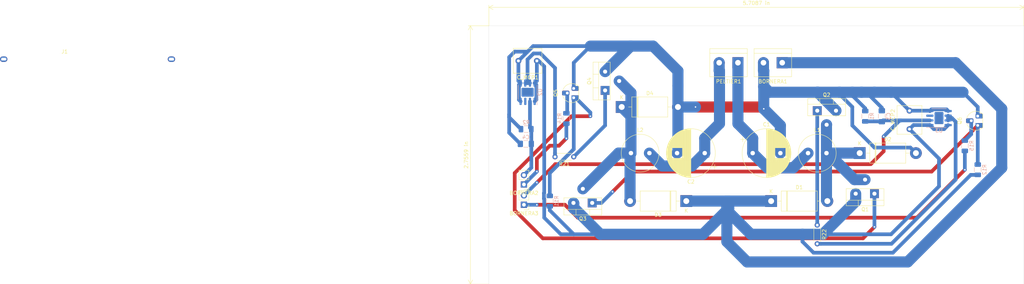
<source format=kicad_pcb>
(kicad_pcb (version 20171130) (host pcbnew "(5.1.4)-1")

  (general
    (thickness 1.6)
    (drawings 8)
    (tracks 249)
    (zones 0)
    (modules 33)
    (nets 23)
  )

  (page A4)
  (layers
    (0 F.Cu signal)
    (31 B.Cu signal)
    (32 B.Adhes user)
    (33 F.Adhes user)
    (34 B.Paste user)
    (35 F.Paste user)
    (36 B.SilkS user)
    (37 F.SilkS user)
    (38 B.Mask user)
    (39 F.Mask user)
    (40 Dwgs.User user)
    (41 Cmts.User user)
    (42 Eco1.User user)
    (43 Eco2.User user)
    (44 Edge.Cuts user)
    (45 Margin user)
    (46 B.CrtYd user)
    (47 F.CrtYd user)
    (48 B.Fab user)
    (49 F.Fab user)
  )

  (setup
    (last_trace_width 0.25)
    (user_trace_width 0.7)
    (user_trace_width 1)
    (user_trace_width 3)
    (trace_clearance 0.2)
    (zone_clearance 0.508)
    (zone_45_only no)
    (trace_min 0.2)
    (via_size 0.8)
    (via_drill 0.4)
    (via_min_size 0.4)
    (via_min_drill 0.3)
    (uvia_size 0.3)
    (uvia_drill 0.1)
    (uvias_allowed no)
    (uvia_min_size 0.2)
    (uvia_min_drill 0.1)
    (edge_width 0.05)
    (segment_width 0.2)
    (pcb_text_width 0.3)
    (pcb_text_size 1.5 1.5)
    (mod_edge_width 0.12)
    (mod_text_size 1 1)
    (mod_text_width 0.15)
    (pad_size 1.524 1.524)
    (pad_drill 0.762)
    (pad_to_mask_clearance 0.051)
    (solder_mask_min_width 0.25)
    (aux_axis_origin 0 0)
    (visible_elements 7FFFFFFF)
    (pcbplotparams
      (layerselection 0x010fc_ffffffff)
      (usegerberextensions false)
      (usegerberattributes false)
      (usegerberadvancedattributes false)
      (creategerberjobfile false)
      (excludeedgelayer true)
      (linewidth 0.100000)
      (plotframeref false)
      (viasonmask false)
      (mode 1)
      (useauxorigin false)
      (hpglpennumber 1)
      (hpglpenspeed 20)
      (hpglpendiameter 15.000000)
      (psnegative false)
      (psa4output false)
      (plotreference true)
      (plotvalue true)
      (plotinvisibletext false)
      (padsonsilk false)
      (subtractmaskfromsilk false)
      (outputformat 1)
      (mirror false)
      (drillshape 1)
      (scaleselection 1)
      (outputdirectory ""))
  )

  (net 0 "")
  (net 1 GND)
  (net 2 VCC)
  (net 3 PMOS_CALOR)
  (net 4 PMOS_FRIO)
  (net 5 PWM_FRIO)
  (net 6 PWM_CALOR)
  (net 7 "Net-(C1-Pad1)")
  (net 8 "Net-(C2-Pad1)")
  (net 9 "Net-(D1-Pad2)")
  (net 10 "Net-(D3-Pad2)")
  (net 11 "Net-(Q1-Pad1)")
  (net 12 "Net-(Q3-Pad1)")
  (net 13 "Net-(Q5-Pad2)")
  (net 14 "Net-(Q6-Pad2)")
  (net 15 "Net-(Q4-Pad1)")
  (net 16 "Net-(R21-Pad2)")
  (net 17 "Net-(R22-Pad2)")
  (net 18 "Net-(Q2-Pad1)")
  (net 19 "Net-(U2-Pad3)")
  (net 20 "Net-(U3-Pad3)")
  (net 21 "Net-(J1-Pad1)")
  (net 22 "Net-(J1-Pad2)")

  (net_class Default "Esta es la clase de red por defecto."
    (clearance 0.2)
    (trace_width 0.25)
    (via_dia 0.8)
    (via_drill 0.4)
    (uvia_dia 0.3)
    (uvia_drill 0.1)
    (add_net GND)
    (add_net "Net-(C1-Pad1)")
    (add_net "Net-(C2-Pad1)")
    (add_net "Net-(D1-Pad2)")
    (add_net "Net-(D3-Pad2)")
    (add_net "Net-(J1-Pad1)")
    (add_net "Net-(J1-Pad2)")
    (add_net "Net-(Q1-Pad1)")
    (add_net "Net-(Q2-Pad1)")
    (add_net "Net-(Q3-Pad1)")
    (add_net "Net-(Q4-Pad1)")
    (add_net "Net-(Q5-Pad2)")
    (add_net "Net-(Q6-Pad2)")
    (add_net "Net-(R21-Pad2)")
    (add_net "Net-(R22-Pad2)")
    (add_net "Net-(U2-Pad3)")
    (add_net "Net-(U3-Pad3)")
    (add_net PMOS_CALOR)
    (add_net PMOS_FRIO)
    (add_net PWM_CALOR)
    (add_net PWM_FRIO)
    (add_net VCC)
  )

  (module Capacitor_THT:C_Rect_L7.5mm_W6.5mm_P5.00mm (layer F.Cu) (tedit 5AE50EF0) (tstamp 5E2A2FA5)
    (at 234 63 90)
    (descr "C, Rect series, Radial, pin pitch=5.00mm, , length*width=7.5*6.5mm^2, Capacitor")
    (tags "C Rect series Radial pin pitch 5.00mm  length 7.5mm width 6.5mm Capacitor")
    (path /5E2A56B2)
    (fp_text reference C_MCP2 (at 2.5 -4.5 90) (layer F.SilkS)
      (effects (font (size 1 1) (thickness 0.15)))
    )
    (fp_text value 10n (at 2.5 4.5 90) (layer F.Fab)
      (effects (font (size 1 1) (thickness 0.15)))
    )
    (fp_text user %R (at 2.5 0 90) (layer F.Fab)
      (effects (font (size 1 1) (thickness 0.15)))
    )
    (fp_line (start 6.5 -3.5) (end -1.5 -3.5) (layer F.CrtYd) (width 0.05))
    (fp_line (start 6.5 3.5) (end 6.5 -3.5) (layer F.CrtYd) (width 0.05))
    (fp_line (start -1.5 3.5) (end 6.5 3.5) (layer F.CrtYd) (width 0.05))
    (fp_line (start -1.5 -3.5) (end -1.5 3.5) (layer F.CrtYd) (width 0.05))
    (fp_line (start 6.37 -3.37) (end 6.37 3.37) (layer F.SilkS) (width 0.12))
    (fp_line (start -1.37 -3.37) (end -1.37 3.37) (layer F.SilkS) (width 0.12))
    (fp_line (start -1.37 3.37) (end 6.37 3.37) (layer F.SilkS) (width 0.12))
    (fp_line (start -1.37 -3.37) (end 6.37 -3.37) (layer F.SilkS) (width 0.12))
    (fp_line (start 6.25 -3.25) (end -1.25 -3.25) (layer F.Fab) (width 0.1))
    (fp_line (start 6.25 3.25) (end 6.25 -3.25) (layer F.Fab) (width 0.1))
    (fp_line (start -1.25 3.25) (end 6.25 3.25) (layer F.Fab) (width 0.1))
    (fp_line (start -1.25 -3.25) (end -1.25 3.25) (layer F.Fab) (width 0.1))
    (pad 2 thru_hole circle (at 5 0 90) (size 1.6 1.6) (drill 0.8) (layers *.Cu *.Mask)
      (net 1 GND))
    (pad 1 thru_hole circle (at 0 0 90) (size 1.6 1.6) (drill 0.8) (layers *.Cu *.Mask)
      (net 2 VCC))
    (model ${KISYS3DMOD}/Capacitor_THT.3dshapes/C_Rect_L7.5mm_W6.5mm_P5.00mm.wrl
      (at (xyz 0 0 0))
      (scale (xyz 1 1 1))
      (rotate (xyz 0 0 0))
    )
  )

  (module Capacitor_THT:C_Rect_L7.5mm_W6.5mm_P5.00mm (layer F.Cu) (tedit 5AE50EF0) (tstamp 5E2A2F92)
    (at 133 44.5 180)
    (descr "C, Rect series, Radial, pin pitch=5.00mm, , length*width=7.5*6.5mm^2, Capacitor")
    (tags "C Rect series Radial pin pitch 5.00mm  length 7.5mm width 6.5mm Capacitor")
    (path /5E2A4E3B)
    (fp_text reference C_MCP1 (at 2.5 -4.5) (layer F.SilkS)
      (effects (font (size 1 1) (thickness 0.15)))
    )
    (fp_text value 10n (at 2.5 4.5) (layer F.Fab)
      (effects (font (size 1 1) (thickness 0.15)))
    )
    (fp_text user %R (at 2.5 0) (layer F.Fab)
      (effects (font (size 1 1) (thickness 0.15)))
    )
    (fp_line (start 6.5 -3.5) (end -1.5 -3.5) (layer F.CrtYd) (width 0.05))
    (fp_line (start 6.5 3.5) (end 6.5 -3.5) (layer F.CrtYd) (width 0.05))
    (fp_line (start -1.5 3.5) (end 6.5 3.5) (layer F.CrtYd) (width 0.05))
    (fp_line (start -1.5 -3.5) (end -1.5 3.5) (layer F.CrtYd) (width 0.05))
    (fp_line (start 6.37 -3.37) (end 6.37 3.37) (layer F.SilkS) (width 0.12))
    (fp_line (start -1.37 -3.37) (end -1.37 3.37) (layer F.SilkS) (width 0.12))
    (fp_line (start -1.37 3.37) (end 6.37 3.37) (layer F.SilkS) (width 0.12))
    (fp_line (start -1.37 -3.37) (end 6.37 -3.37) (layer F.SilkS) (width 0.12))
    (fp_line (start 6.25 -3.25) (end -1.25 -3.25) (layer F.Fab) (width 0.1))
    (fp_line (start 6.25 3.25) (end 6.25 -3.25) (layer F.Fab) (width 0.1))
    (fp_line (start -1.25 3.25) (end 6.25 3.25) (layer F.Fab) (width 0.1))
    (fp_line (start -1.25 -3.25) (end -1.25 3.25) (layer F.Fab) (width 0.1))
    (pad 2 thru_hole circle (at 5 0 180) (size 1.6 1.6) (drill 0.8) (layers *.Cu *.Mask)
      (net 1 GND))
    (pad 1 thru_hole circle (at 0 0 180) (size 1.6 1.6) (drill 0.8) (layers *.Cu *.Mask)
      (net 2 VCC))
    (model ${KISYS3DMOD}/Capacitor_THT.3dshapes/C_Rect_L7.5mm_W6.5mm_P5.00mm.wrl
      (at (xyz 0 0 0))
      (scale (xyz 1 1 1))
      (rotate (xyz 0 0 0))
    )
  )

  (module custom_footprints:TO-220-3_Vertical (layer F.Cu) (tedit 5C5DF5EA) (tstamp 5E28F907)
    (at 209 58)
    (descr "TO-220-3, Vertical, RM 2.54mm, see https://www.vishay.com/docs/66542/to-220-1.pdf")
    (tags "TO-220-3 Vertical RM 2.54mm")
    (path /5DA1721F)
    (fp_text reference Q2 (at 2.54 -4.27) (layer F.SilkS)
      (effects (font (size 1 1) (thickness 0.15)))
    )
    (fp_text value IRFZ44N (at 2.54 2.5) (layer F.Fab)
      (effects (font (size 1 1) (thickness 0.15)))
    )
    (fp_line (start -2.46 -3.15) (end -2.46 1.25) (layer F.Fab) (width 0.1))
    (fp_line (start -2.46 1.25) (end 7.54 1.25) (layer F.Fab) (width 0.1))
    (fp_line (start 7.54 1.25) (end 7.54 -3.15) (layer F.Fab) (width 0.1))
    (fp_line (start 7.54 -3.15) (end -2.46 -3.15) (layer F.Fab) (width 0.1))
    (fp_line (start -2.46 -1.88) (end 7.54 -1.88) (layer F.Fab) (width 0.1))
    (fp_line (start 0.69 -3.15) (end 0.69 -1.88) (layer F.Fab) (width 0.1))
    (fp_line (start 4.39 -3.15) (end 4.39 -1.88) (layer F.Fab) (width 0.1))
    (fp_line (start -2.58 -3.27) (end 7.66 -3.27) (layer F.SilkS) (width 0.12))
    (fp_line (start -2.58 1.371) (end 7.66 1.371) (layer F.SilkS) (width 0.12))
    (fp_line (start -2.58 -3.27) (end -2.58 1.371) (layer F.SilkS) (width 0.12))
    (fp_line (start 7.66 -3.27) (end 7.66 1.371) (layer F.SilkS) (width 0.12))
    (fp_line (start -2.58 -1.76) (end 7.66 -1.76) (layer F.SilkS) (width 0.12))
    (fp_line (start 0.69 -3.27) (end 0.69 -1.76) (layer F.SilkS) (width 0.12))
    (fp_line (start 4.391 -3.27) (end 4.391 -1.76) (layer F.SilkS) (width 0.12))
    (fp_line (start -2.71 -3.4) (end -2.71 1.51) (layer F.CrtYd) (width 0.05))
    (fp_line (start -2.71 1.51) (end 7.79 1.51) (layer F.CrtYd) (width 0.05))
    (fp_line (start 7.79 1.51) (end 7.79 -3.4) (layer F.CrtYd) (width 0.05))
    (fp_line (start 7.79 -3.4) (end -2.71 -3.4) (layer F.CrtYd) (width 0.05))
    (fp_text user %R (at 2.54 -4.27) (layer F.Fab)
      (effects (font (size 1 1) (thickness 0.15)))
    )
    (pad 1 thru_hole rect (at 0 0) (size 2.4 2.4) (drill 1.1) (layers *.Cu *.Mask)
      (net 18 "Net-(Q2-Pad1)"))
    (pad 2 thru_hole circle (at 2.54 3.81) (size 2.4 2.4) (drill 1.1) (layers *.Cu *.Mask)
      (net 9 "Net-(D1-Pad2)"))
    (pad 3 thru_hole circle (at 5.08 0) (size 2.4 2.4) (drill 1.1) (layers *.Cu *.Mask)
      (net 1 GND))
    (model ${KISYS3DMOD}/Package_TO_SOT_THT.3dshapes/TO-220-3_Vertical.wrl
      (at (xyz 0 0 0))
      (scale (xyz 1 1 1))
      (rotate (xyz 0 0 0))
    )
  )

  (module Capacitor_THT:CP_Radial_D13.0mm_P7.50mm (layer F.Cu) (tedit 5AE50EF1) (tstamp 5E2A2A8B)
    (at 178.5 69.5 180)
    (descr "CP, Radial series, Radial, pin pitch=7.50mm, , diameter=13mm, Electrolytic Capacitor")
    (tags "CP Radial series Radial pin pitch 7.50mm  diameter 13mm Electrolytic Capacitor")
    (path /5DA56A1D)
    (fp_text reference C2 (at 3.75 -7.75) (layer F.SilkS)
      (effects (font (size 1 1) (thickness 0.15)))
    )
    (fp_text value 33uF (at 3.75 7.75) (layer F.Fab)
      (effects (font (size 1 1) (thickness 0.15)))
    )
    (fp_circle (center 3.75 0) (end 10.25 0) (layer F.Fab) (width 0.1))
    (fp_circle (center 3.75 0) (end 10.37 0) (layer F.SilkS) (width 0.12))
    (fp_circle (center 3.75 0) (end 10.5 0) (layer F.CrtYd) (width 0.05))
    (fp_line (start -1.832015 -2.8475) (end -0.532015 -2.8475) (layer F.Fab) (width 0.1))
    (fp_line (start -1.182015 -3.4975) (end -1.182015 -2.1975) (layer F.Fab) (width 0.1))
    (fp_line (start 3.75 -6.58) (end 3.75 6.58) (layer F.SilkS) (width 0.12))
    (fp_line (start 3.79 -6.58) (end 3.79 6.58) (layer F.SilkS) (width 0.12))
    (fp_line (start 3.83 -6.58) (end 3.83 6.58) (layer F.SilkS) (width 0.12))
    (fp_line (start 3.87 -6.579) (end 3.87 6.579) (layer F.SilkS) (width 0.12))
    (fp_line (start 3.91 -6.579) (end 3.91 6.579) (layer F.SilkS) (width 0.12))
    (fp_line (start 3.95 -6.577) (end 3.95 6.577) (layer F.SilkS) (width 0.12))
    (fp_line (start 3.99 -6.576) (end 3.99 6.576) (layer F.SilkS) (width 0.12))
    (fp_line (start 4.03 -6.575) (end 4.03 6.575) (layer F.SilkS) (width 0.12))
    (fp_line (start 4.07 -6.573) (end 4.07 6.573) (layer F.SilkS) (width 0.12))
    (fp_line (start 4.11 -6.571) (end 4.11 6.571) (layer F.SilkS) (width 0.12))
    (fp_line (start 4.15 -6.568) (end 4.15 6.568) (layer F.SilkS) (width 0.12))
    (fp_line (start 4.19 -6.566) (end 4.19 6.566) (layer F.SilkS) (width 0.12))
    (fp_line (start 4.23 -6.563) (end 4.23 6.563) (layer F.SilkS) (width 0.12))
    (fp_line (start 4.27 -6.56) (end 4.27 6.56) (layer F.SilkS) (width 0.12))
    (fp_line (start 4.31 -6.557) (end 4.31 6.557) (layer F.SilkS) (width 0.12))
    (fp_line (start 4.35 -6.553) (end 4.35 6.553) (layer F.SilkS) (width 0.12))
    (fp_line (start 4.39 -6.549) (end 4.39 6.549) (layer F.SilkS) (width 0.12))
    (fp_line (start 4.43 -6.545) (end 4.43 6.545) (layer F.SilkS) (width 0.12))
    (fp_line (start 4.471 -6.541) (end 4.471 6.541) (layer F.SilkS) (width 0.12))
    (fp_line (start 4.511 -6.537) (end 4.511 6.537) (layer F.SilkS) (width 0.12))
    (fp_line (start 4.551 -6.532) (end 4.551 6.532) (layer F.SilkS) (width 0.12))
    (fp_line (start 4.591 -6.527) (end 4.591 6.527) (layer F.SilkS) (width 0.12))
    (fp_line (start 4.631 -6.522) (end 4.631 6.522) (layer F.SilkS) (width 0.12))
    (fp_line (start 4.671 -6.516) (end 4.671 6.516) (layer F.SilkS) (width 0.12))
    (fp_line (start 4.711 -6.511) (end 4.711 6.511) (layer F.SilkS) (width 0.12))
    (fp_line (start 4.751 -6.505) (end 4.751 6.505) (layer F.SilkS) (width 0.12))
    (fp_line (start 4.791 -6.498) (end 4.791 6.498) (layer F.SilkS) (width 0.12))
    (fp_line (start 4.831 -6.492) (end 4.831 6.492) (layer F.SilkS) (width 0.12))
    (fp_line (start 4.871 -6.485) (end 4.871 6.485) (layer F.SilkS) (width 0.12))
    (fp_line (start 4.911 -6.478) (end 4.911 6.478) (layer F.SilkS) (width 0.12))
    (fp_line (start 4.951 -6.471) (end 4.951 6.471) (layer F.SilkS) (width 0.12))
    (fp_line (start 4.991 -6.463) (end 4.991 6.463) (layer F.SilkS) (width 0.12))
    (fp_line (start 5.031 -6.456) (end 5.031 6.456) (layer F.SilkS) (width 0.12))
    (fp_line (start 5.071 -6.448) (end 5.071 6.448) (layer F.SilkS) (width 0.12))
    (fp_line (start 5.111 -6.439) (end 5.111 6.439) (layer F.SilkS) (width 0.12))
    (fp_line (start 5.151 -6.431) (end 5.151 6.431) (layer F.SilkS) (width 0.12))
    (fp_line (start 5.191 -6.422) (end 5.191 6.422) (layer F.SilkS) (width 0.12))
    (fp_line (start 5.231 -6.413) (end 5.231 6.413) (layer F.SilkS) (width 0.12))
    (fp_line (start 5.271 -6.404) (end 5.271 6.404) (layer F.SilkS) (width 0.12))
    (fp_line (start 5.311 -6.394) (end 5.311 6.394) (layer F.SilkS) (width 0.12))
    (fp_line (start 5.351 -6.384) (end 5.351 6.384) (layer F.SilkS) (width 0.12))
    (fp_line (start 5.391 -6.374) (end 5.391 6.374) (layer F.SilkS) (width 0.12))
    (fp_line (start 5.431 -6.364) (end 5.431 6.364) (layer F.SilkS) (width 0.12))
    (fp_line (start 5.471 -6.353) (end 5.471 6.353) (layer F.SilkS) (width 0.12))
    (fp_line (start 5.511 -6.342) (end 5.511 6.342) (layer F.SilkS) (width 0.12))
    (fp_line (start 5.551 -6.331) (end 5.551 6.331) (layer F.SilkS) (width 0.12))
    (fp_line (start 5.591 -6.32) (end 5.591 6.32) (layer F.SilkS) (width 0.12))
    (fp_line (start 5.631 -6.308) (end 5.631 6.308) (layer F.SilkS) (width 0.12))
    (fp_line (start 5.671 -6.296) (end 5.671 6.296) (layer F.SilkS) (width 0.12))
    (fp_line (start 5.711 -6.284) (end 5.711 6.284) (layer F.SilkS) (width 0.12))
    (fp_line (start 5.751 -6.271) (end 5.751 6.271) (layer F.SilkS) (width 0.12))
    (fp_line (start 5.791 -6.258) (end 5.791 6.258) (layer F.SilkS) (width 0.12))
    (fp_line (start 5.831 -6.245) (end 5.831 6.245) (layer F.SilkS) (width 0.12))
    (fp_line (start 5.871 -6.232) (end 5.871 6.232) (layer F.SilkS) (width 0.12))
    (fp_line (start 5.911 -6.218) (end 5.911 6.218) (layer F.SilkS) (width 0.12))
    (fp_line (start 5.951 -6.204) (end 5.951 6.204) (layer F.SilkS) (width 0.12))
    (fp_line (start 5.991 -6.19) (end 5.991 6.19) (layer F.SilkS) (width 0.12))
    (fp_line (start 6.031 -6.175) (end 6.031 6.175) (layer F.SilkS) (width 0.12))
    (fp_line (start 6.071 -6.161) (end 6.071 -1.44) (layer F.SilkS) (width 0.12))
    (fp_line (start 6.071 1.44) (end 6.071 6.161) (layer F.SilkS) (width 0.12))
    (fp_line (start 6.111 -6.146) (end 6.111 -1.44) (layer F.SilkS) (width 0.12))
    (fp_line (start 6.111 1.44) (end 6.111 6.146) (layer F.SilkS) (width 0.12))
    (fp_line (start 6.151 -6.13) (end 6.151 -1.44) (layer F.SilkS) (width 0.12))
    (fp_line (start 6.151 1.44) (end 6.151 6.13) (layer F.SilkS) (width 0.12))
    (fp_line (start 6.191 -6.114) (end 6.191 -1.44) (layer F.SilkS) (width 0.12))
    (fp_line (start 6.191 1.44) (end 6.191 6.114) (layer F.SilkS) (width 0.12))
    (fp_line (start 6.231 -6.098) (end 6.231 -1.44) (layer F.SilkS) (width 0.12))
    (fp_line (start 6.231 1.44) (end 6.231 6.098) (layer F.SilkS) (width 0.12))
    (fp_line (start 6.271 -6.082) (end 6.271 -1.44) (layer F.SilkS) (width 0.12))
    (fp_line (start 6.271 1.44) (end 6.271 6.082) (layer F.SilkS) (width 0.12))
    (fp_line (start 6.311 -6.065) (end 6.311 -1.44) (layer F.SilkS) (width 0.12))
    (fp_line (start 6.311 1.44) (end 6.311 6.065) (layer F.SilkS) (width 0.12))
    (fp_line (start 6.351 -6.049) (end 6.351 -1.44) (layer F.SilkS) (width 0.12))
    (fp_line (start 6.351 1.44) (end 6.351 6.049) (layer F.SilkS) (width 0.12))
    (fp_line (start 6.391 -6.031) (end 6.391 -1.44) (layer F.SilkS) (width 0.12))
    (fp_line (start 6.391 1.44) (end 6.391 6.031) (layer F.SilkS) (width 0.12))
    (fp_line (start 6.431 -6.014) (end 6.431 -1.44) (layer F.SilkS) (width 0.12))
    (fp_line (start 6.431 1.44) (end 6.431 6.014) (layer F.SilkS) (width 0.12))
    (fp_line (start 6.471 -5.996) (end 6.471 -1.44) (layer F.SilkS) (width 0.12))
    (fp_line (start 6.471 1.44) (end 6.471 5.996) (layer F.SilkS) (width 0.12))
    (fp_line (start 6.511 -5.978) (end 6.511 -1.44) (layer F.SilkS) (width 0.12))
    (fp_line (start 6.511 1.44) (end 6.511 5.978) (layer F.SilkS) (width 0.12))
    (fp_line (start 6.551 -5.959) (end 6.551 -1.44) (layer F.SilkS) (width 0.12))
    (fp_line (start 6.551 1.44) (end 6.551 5.959) (layer F.SilkS) (width 0.12))
    (fp_line (start 6.591 -5.94) (end 6.591 -1.44) (layer F.SilkS) (width 0.12))
    (fp_line (start 6.591 1.44) (end 6.591 5.94) (layer F.SilkS) (width 0.12))
    (fp_line (start 6.631 -5.921) (end 6.631 -1.44) (layer F.SilkS) (width 0.12))
    (fp_line (start 6.631 1.44) (end 6.631 5.921) (layer F.SilkS) (width 0.12))
    (fp_line (start 6.671 -5.902) (end 6.671 -1.44) (layer F.SilkS) (width 0.12))
    (fp_line (start 6.671 1.44) (end 6.671 5.902) (layer F.SilkS) (width 0.12))
    (fp_line (start 6.711 -5.882) (end 6.711 -1.44) (layer F.SilkS) (width 0.12))
    (fp_line (start 6.711 1.44) (end 6.711 5.882) (layer F.SilkS) (width 0.12))
    (fp_line (start 6.751 -5.862) (end 6.751 -1.44) (layer F.SilkS) (width 0.12))
    (fp_line (start 6.751 1.44) (end 6.751 5.862) (layer F.SilkS) (width 0.12))
    (fp_line (start 6.791 -5.841) (end 6.791 -1.44) (layer F.SilkS) (width 0.12))
    (fp_line (start 6.791 1.44) (end 6.791 5.841) (layer F.SilkS) (width 0.12))
    (fp_line (start 6.831 -5.82) (end 6.831 -1.44) (layer F.SilkS) (width 0.12))
    (fp_line (start 6.831 1.44) (end 6.831 5.82) (layer F.SilkS) (width 0.12))
    (fp_line (start 6.871 -5.799) (end 6.871 -1.44) (layer F.SilkS) (width 0.12))
    (fp_line (start 6.871 1.44) (end 6.871 5.799) (layer F.SilkS) (width 0.12))
    (fp_line (start 6.911 -5.778) (end 6.911 -1.44) (layer F.SilkS) (width 0.12))
    (fp_line (start 6.911 1.44) (end 6.911 5.778) (layer F.SilkS) (width 0.12))
    (fp_line (start 6.951 -5.756) (end 6.951 -1.44) (layer F.SilkS) (width 0.12))
    (fp_line (start 6.951 1.44) (end 6.951 5.756) (layer F.SilkS) (width 0.12))
    (fp_line (start 6.991 -5.733) (end 6.991 -1.44) (layer F.SilkS) (width 0.12))
    (fp_line (start 6.991 1.44) (end 6.991 5.733) (layer F.SilkS) (width 0.12))
    (fp_line (start 7.031 -5.711) (end 7.031 -1.44) (layer F.SilkS) (width 0.12))
    (fp_line (start 7.031 1.44) (end 7.031 5.711) (layer F.SilkS) (width 0.12))
    (fp_line (start 7.071 -5.688) (end 7.071 -1.44) (layer F.SilkS) (width 0.12))
    (fp_line (start 7.071 1.44) (end 7.071 5.688) (layer F.SilkS) (width 0.12))
    (fp_line (start 7.111 -5.664) (end 7.111 -1.44) (layer F.SilkS) (width 0.12))
    (fp_line (start 7.111 1.44) (end 7.111 5.664) (layer F.SilkS) (width 0.12))
    (fp_line (start 7.151 -5.641) (end 7.151 -1.44) (layer F.SilkS) (width 0.12))
    (fp_line (start 7.151 1.44) (end 7.151 5.641) (layer F.SilkS) (width 0.12))
    (fp_line (start 7.191 -5.617) (end 7.191 -1.44) (layer F.SilkS) (width 0.12))
    (fp_line (start 7.191 1.44) (end 7.191 5.617) (layer F.SilkS) (width 0.12))
    (fp_line (start 7.231 -5.592) (end 7.231 -1.44) (layer F.SilkS) (width 0.12))
    (fp_line (start 7.231 1.44) (end 7.231 5.592) (layer F.SilkS) (width 0.12))
    (fp_line (start 7.271 -5.567) (end 7.271 -1.44) (layer F.SilkS) (width 0.12))
    (fp_line (start 7.271 1.44) (end 7.271 5.567) (layer F.SilkS) (width 0.12))
    (fp_line (start 7.311 -5.542) (end 7.311 -1.44) (layer F.SilkS) (width 0.12))
    (fp_line (start 7.311 1.44) (end 7.311 5.542) (layer F.SilkS) (width 0.12))
    (fp_line (start 7.351 -5.516) (end 7.351 -1.44) (layer F.SilkS) (width 0.12))
    (fp_line (start 7.351 1.44) (end 7.351 5.516) (layer F.SilkS) (width 0.12))
    (fp_line (start 7.391 -5.49) (end 7.391 -1.44) (layer F.SilkS) (width 0.12))
    (fp_line (start 7.391 1.44) (end 7.391 5.49) (layer F.SilkS) (width 0.12))
    (fp_line (start 7.431 -5.463) (end 7.431 -1.44) (layer F.SilkS) (width 0.12))
    (fp_line (start 7.431 1.44) (end 7.431 5.463) (layer F.SilkS) (width 0.12))
    (fp_line (start 7.471 -5.436) (end 7.471 -1.44) (layer F.SilkS) (width 0.12))
    (fp_line (start 7.471 1.44) (end 7.471 5.436) (layer F.SilkS) (width 0.12))
    (fp_line (start 7.511 -5.409) (end 7.511 -1.44) (layer F.SilkS) (width 0.12))
    (fp_line (start 7.511 1.44) (end 7.511 5.409) (layer F.SilkS) (width 0.12))
    (fp_line (start 7.551 -5.381) (end 7.551 -1.44) (layer F.SilkS) (width 0.12))
    (fp_line (start 7.551 1.44) (end 7.551 5.381) (layer F.SilkS) (width 0.12))
    (fp_line (start 7.591 -5.353) (end 7.591 -1.44) (layer F.SilkS) (width 0.12))
    (fp_line (start 7.591 1.44) (end 7.591 5.353) (layer F.SilkS) (width 0.12))
    (fp_line (start 7.631 -5.324) (end 7.631 -1.44) (layer F.SilkS) (width 0.12))
    (fp_line (start 7.631 1.44) (end 7.631 5.324) (layer F.SilkS) (width 0.12))
    (fp_line (start 7.671 -5.295) (end 7.671 -1.44) (layer F.SilkS) (width 0.12))
    (fp_line (start 7.671 1.44) (end 7.671 5.295) (layer F.SilkS) (width 0.12))
    (fp_line (start 7.711 -5.265) (end 7.711 -1.44) (layer F.SilkS) (width 0.12))
    (fp_line (start 7.711 1.44) (end 7.711 5.265) (layer F.SilkS) (width 0.12))
    (fp_line (start 7.751 -5.235) (end 7.751 -1.44) (layer F.SilkS) (width 0.12))
    (fp_line (start 7.751 1.44) (end 7.751 5.235) (layer F.SilkS) (width 0.12))
    (fp_line (start 7.791 -5.205) (end 7.791 -1.44) (layer F.SilkS) (width 0.12))
    (fp_line (start 7.791 1.44) (end 7.791 5.205) (layer F.SilkS) (width 0.12))
    (fp_line (start 7.831 -5.174) (end 7.831 -1.44) (layer F.SilkS) (width 0.12))
    (fp_line (start 7.831 1.44) (end 7.831 5.174) (layer F.SilkS) (width 0.12))
    (fp_line (start 7.871 -5.142) (end 7.871 -1.44) (layer F.SilkS) (width 0.12))
    (fp_line (start 7.871 1.44) (end 7.871 5.142) (layer F.SilkS) (width 0.12))
    (fp_line (start 7.911 -5.11) (end 7.911 -1.44) (layer F.SilkS) (width 0.12))
    (fp_line (start 7.911 1.44) (end 7.911 5.11) (layer F.SilkS) (width 0.12))
    (fp_line (start 7.951 -5.078) (end 7.951 -1.44) (layer F.SilkS) (width 0.12))
    (fp_line (start 7.951 1.44) (end 7.951 5.078) (layer F.SilkS) (width 0.12))
    (fp_line (start 7.991 -5.044) (end 7.991 -1.44) (layer F.SilkS) (width 0.12))
    (fp_line (start 7.991 1.44) (end 7.991 5.044) (layer F.SilkS) (width 0.12))
    (fp_line (start 8.031 -5.011) (end 8.031 -1.44) (layer F.SilkS) (width 0.12))
    (fp_line (start 8.031 1.44) (end 8.031 5.011) (layer F.SilkS) (width 0.12))
    (fp_line (start 8.071 -4.977) (end 8.071 -1.44) (layer F.SilkS) (width 0.12))
    (fp_line (start 8.071 1.44) (end 8.071 4.977) (layer F.SilkS) (width 0.12))
    (fp_line (start 8.111 -4.942) (end 8.111 -1.44) (layer F.SilkS) (width 0.12))
    (fp_line (start 8.111 1.44) (end 8.111 4.942) (layer F.SilkS) (width 0.12))
    (fp_line (start 8.151 -4.907) (end 8.151 -1.44) (layer F.SilkS) (width 0.12))
    (fp_line (start 8.151 1.44) (end 8.151 4.907) (layer F.SilkS) (width 0.12))
    (fp_line (start 8.191 -4.871) (end 8.191 -1.44) (layer F.SilkS) (width 0.12))
    (fp_line (start 8.191 1.44) (end 8.191 4.871) (layer F.SilkS) (width 0.12))
    (fp_line (start 8.231 -4.834) (end 8.231 -1.44) (layer F.SilkS) (width 0.12))
    (fp_line (start 8.231 1.44) (end 8.231 4.834) (layer F.SilkS) (width 0.12))
    (fp_line (start 8.271 -4.797) (end 8.271 -1.44) (layer F.SilkS) (width 0.12))
    (fp_line (start 8.271 1.44) (end 8.271 4.797) (layer F.SilkS) (width 0.12))
    (fp_line (start 8.311 -4.76) (end 8.311 -1.44) (layer F.SilkS) (width 0.12))
    (fp_line (start 8.311 1.44) (end 8.311 4.76) (layer F.SilkS) (width 0.12))
    (fp_line (start 8.351 -4.721) (end 8.351 -1.44) (layer F.SilkS) (width 0.12))
    (fp_line (start 8.351 1.44) (end 8.351 4.721) (layer F.SilkS) (width 0.12))
    (fp_line (start 8.391 -4.682) (end 8.391 -1.44) (layer F.SilkS) (width 0.12))
    (fp_line (start 8.391 1.44) (end 8.391 4.682) (layer F.SilkS) (width 0.12))
    (fp_line (start 8.431 -4.643) (end 8.431 -1.44) (layer F.SilkS) (width 0.12))
    (fp_line (start 8.431 1.44) (end 8.431 4.643) (layer F.SilkS) (width 0.12))
    (fp_line (start 8.471 -4.602) (end 8.471 -1.44) (layer F.SilkS) (width 0.12))
    (fp_line (start 8.471 1.44) (end 8.471 4.602) (layer F.SilkS) (width 0.12))
    (fp_line (start 8.511 -4.561) (end 8.511 -1.44) (layer F.SilkS) (width 0.12))
    (fp_line (start 8.511 1.44) (end 8.511 4.561) (layer F.SilkS) (width 0.12))
    (fp_line (start 8.551 -4.519) (end 8.551 -1.44) (layer F.SilkS) (width 0.12))
    (fp_line (start 8.551 1.44) (end 8.551 4.519) (layer F.SilkS) (width 0.12))
    (fp_line (start 8.591 -4.477) (end 8.591 -1.44) (layer F.SilkS) (width 0.12))
    (fp_line (start 8.591 1.44) (end 8.591 4.477) (layer F.SilkS) (width 0.12))
    (fp_line (start 8.631 -4.434) (end 8.631 -1.44) (layer F.SilkS) (width 0.12))
    (fp_line (start 8.631 1.44) (end 8.631 4.434) (layer F.SilkS) (width 0.12))
    (fp_line (start 8.671 -4.39) (end 8.671 -1.44) (layer F.SilkS) (width 0.12))
    (fp_line (start 8.671 1.44) (end 8.671 4.39) (layer F.SilkS) (width 0.12))
    (fp_line (start 8.711 -4.345) (end 8.711 -1.44) (layer F.SilkS) (width 0.12))
    (fp_line (start 8.711 1.44) (end 8.711 4.345) (layer F.SilkS) (width 0.12))
    (fp_line (start 8.751 -4.299) (end 8.751 -1.44) (layer F.SilkS) (width 0.12))
    (fp_line (start 8.751 1.44) (end 8.751 4.299) (layer F.SilkS) (width 0.12))
    (fp_line (start 8.791 -4.253) (end 8.791 -1.44) (layer F.SilkS) (width 0.12))
    (fp_line (start 8.791 1.44) (end 8.791 4.253) (layer F.SilkS) (width 0.12))
    (fp_line (start 8.831 -4.205) (end 8.831 -1.44) (layer F.SilkS) (width 0.12))
    (fp_line (start 8.831 1.44) (end 8.831 4.205) (layer F.SilkS) (width 0.12))
    (fp_line (start 8.871 -4.157) (end 8.871 -1.44) (layer F.SilkS) (width 0.12))
    (fp_line (start 8.871 1.44) (end 8.871 4.157) (layer F.SilkS) (width 0.12))
    (fp_line (start 8.911 -4.108) (end 8.911 -1.44) (layer F.SilkS) (width 0.12))
    (fp_line (start 8.911 1.44) (end 8.911 4.108) (layer F.SilkS) (width 0.12))
    (fp_line (start 8.951 -4.057) (end 8.951 4.057) (layer F.SilkS) (width 0.12))
    (fp_line (start 8.991 -4.006) (end 8.991 4.006) (layer F.SilkS) (width 0.12))
    (fp_line (start 9.031 -3.954) (end 9.031 3.954) (layer F.SilkS) (width 0.12))
    (fp_line (start 9.071 -3.9) (end 9.071 3.9) (layer F.SilkS) (width 0.12))
    (fp_line (start 9.111 -3.846) (end 9.111 3.846) (layer F.SilkS) (width 0.12))
    (fp_line (start 9.151 -3.79) (end 9.151 3.79) (layer F.SilkS) (width 0.12))
    (fp_line (start 9.191 -3.733) (end 9.191 3.733) (layer F.SilkS) (width 0.12))
    (fp_line (start 9.231 -3.675) (end 9.231 3.675) (layer F.SilkS) (width 0.12))
    (fp_line (start 9.271 -3.615) (end 9.271 3.615) (layer F.SilkS) (width 0.12))
    (fp_line (start 9.311 -3.554) (end 9.311 3.554) (layer F.SilkS) (width 0.12))
    (fp_line (start 9.351 -3.491) (end 9.351 3.491) (layer F.SilkS) (width 0.12))
    (fp_line (start 9.391 -3.427) (end 9.391 3.427) (layer F.SilkS) (width 0.12))
    (fp_line (start 9.431 -3.361) (end 9.431 3.361) (layer F.SilkS) (width 0.12))
    (fp_line (start 9.471 -3.293) (end 9.471 3.293) (layer F.SilkS) (width 0.12))
    (fp_line (start 9.511 -3.223) (end 9.511 3.223) (layer F.SilkS) (width 0.12))
    (fp_line (start 9.551 -3.152) (end 9.551 3.152) (layer F.SilkS) (width 0.12))
    (fp_line (start 9.591 -3.078) (end 9.591 3.078) (layer F.SilkS) (width 0.12))
    (fp_line (start 9.631 -3.002) (end 9.631 3.002) (layer F.SilkS) (width 0.12))
    (fp_line (start 9.671 -2.923) (end 9.671 2.923) (layer F.SilkS) (width 0.12))
    (fp_line (start 9.711 -2.842) (end 9.711 2.842) (layer F.SilkS) (width 0.12))
    (fp_line (start 9.751 -2.758) (end 9.751 2.758) (layer F.SilkS) (width 0.12))
    (fp_line (start 9.791 -2.67) (end 9.791 2.67) (layer F.SilkS) (width 0.12))
    (fp_line (start 9.831 -2.579) (end 9.831 2.579) (layer F.SilkS) (width 0.12))
    (fp_line (start 9.871 -2.484) (end 9.871 2.484) (layer F.SilkS) (width 0.12))
    (fp_line (start 9.911 -2.385) (end 9.911 2.385) (layer F.SilkS) (width 0.12))
    (fp_line (start 9.951 -2.281) (end 9.951 2.281) (layer F.SilkS) (width 0.12))
    (fp_line (start 9.991 -2.171) (end 9.991 2.171) (layer F.SilkS) (width 0.12))
    (fp_line (start 10.031 -2.055) (end 10.031 2.055) (layer F.SilkS) (width 0.12))
    (fp_line (start 10.071 -1.931) (end 10.071 1.931) (layer F.SilkS) (width 0.12))
    (fp_line (start 10.111 -1.798) (end 10.111 1.798) (layer F.SilkS) (width 0.12))
    (fp_line (start 10.151 -1.653) (end 10.151 1.653) (layer F.SilkS) (width 0.12))
    (fp_line (start 10.191 -1.494) (end 10.191 1.494) (layer F.SilkS) (width 0.12))
    (fp_line (start 10.231 -1.315) (end 10.231 1.315) (layer F.SilkS) (width 0.12))
    (fp_line (start 10.271 -1.107) (end 10.271 1.107) (layer F.SilkS) (width 0.12))
    (fp_line (start 10.311 -0.85) (end 10.311 0.85) (layer F.SilkS) (width 0.12))
    (fp_line (start 10.351 -0.475) (end 10.351 0.475) (layer F.SilkS) (width 0.12))
    (fp_line (start -3.334569 -3.715) (end -2.034569 -3.715) (layer F.SilkS) (width 0.12))
    (fp_line (start -2.684569 -4.365) (end -2.684569 -3.065) (layer F.SilkS) (width 0.12))
    (fp_text user %R (at 3.75 0) (layer F.Fab)
      (effects (font (size 1 1) (thickness 0.15)))
    )
    (pad 1 thru_hole rect (at 0 0 180) (size 2.4 2.4) (drill 1.2) (layers *.Cu *.Mask)
      (net 8 "Net-(C2-Pad1)"))
    (pad 2 thru_hole circle (at 7.5 0 180) (size 2.4 2.4) (drill 1.2) (layers *.Cu *.Mask)
      (net 1 GND))
    (model ${KISYS3DMOD}/Capacitor_THT.3dshapes/CP_Radial_D13.0mm_P7.50mm.wrl
      (at (xyz 0 0 0))
      (scale (xyz 1 1 1))
      (rotate (xyz 0 0 0))
    )
  )

  (module Resistor_SMD:R_1206_3216Metric (layer B.Cu) (tedit 5B301BBD) (tstamp 5E28EF25)
    (at 136.5 82.5 90)
    (descr "Resistor SMD 1206 (3216 Metric), square (rectangular) end terminal, IPC_7351 nominal, (Body size source: http://www.tortai-tech.com/upload/download/2011102023233369053.pdf), generated with kicad-footprint-generator")
    (tags resistor)
    (path /5DD46258)
    (attr smd)
    (fp_text reference R11 (at 0 1.82 90) (layer B.SilkS)
      (effects (font (size 1 1) (thickness 0.15)) (justify mirror))
    )
    (fp_text value 1K (at 0 -1.82 90) (layer B.Fab)
      (effects (font (size 1 1) (thickness 0.15)) (justify mirror))
    )
    (fp_line (start -1.6 -0.8) (end -1.6 0.8) (layer B.Fab) (width 0.1))
    (fp_line (start -1.6 0.8) (end 1.6 0.8) (layer B.Fab) (width 0.1))
    (fp_line (start 1.6 0.8) (end 1.6 -0.8) (layer B.Fab) (width 0.1))
    (fp_line (start 1.6 -0.8) (end -1.6 -0.8) (layer B.Fab) (width 0.1))
    (fp_line (start -0.602064 0.91) (end 0.602064 0.91) (layer B.SilkS) (width 0.12))
    (fp_line (start -0.602064 -0.91) (end 0.602064 -0.91) (layer B.SilkS) (width 0.12))
    (fp_line (start -2.28 -1.12) (end -2.28 1.12) (layer B.CrtYd) (width 0.05))
    (fp_line (start -2.28 1.12) (end 2.28 1.12) (layer B.CrtYd) (width 0.05))
    (fp_line (start 2.28 1.12) (end 2.28 -1.12) (layer B.CrtYd) (width 0.05))
    (fp_line (start 2.28 -1.12) (end -2.28 -1.12) (layer B.CrtYd) (width 0.05))
    (fp_text user %R (at 0 0 270) (layer B.Fab)
      (effects (font (size 0.8 0.8) (thickness 0.12)) (justify mirror))
    )
    (pad 1 smd roundrect (at -1.4 0 90) (size 1.25 1.75) (layers B.Cu B.Paste B.Mask) (roundrect_rratio 0.2)
      (net 2 VCC))
    (pad 2 smd roundrect (at 1.4 0 90) (size 1.25 1.75) (layers B.Cu B.Paste B.Mask) (roundrect_rratio 0.2)
      (net 11 "Net-(Q1-Pad1)"))
    (model ${KISYS3DMOD}/Resistor_SMD.3dshapes/R_1206_3216Metric.wrl
      (at (xyz 0 0 0))
      (scale (xyz 1 1 1))
      (rotate (xyz 0 0 0))
    )
  )

  (module Package_SO:SOIC-8-1EP_3.9x4.9mm_P1.27mm_EP2.41x3.3mm (layer B.Cu) (tedit 5C570069) (tstamp 5E2A2750)
    (at 130.5 53 90)
    (descr "SOIC, 8 Pin (http://www.allegromicro.com/~/media/Files/Datasheets/A4950-Datasheet.ashx#page=8), generated with kicad-footprint-generator ipc_gullwing_generator.py")
    (tags "SOIC SO")
    (path /5DA9A531)
    (attr smd)
    (fp_text reference U2 (at 0 3.4 270) (layer B.SilkS)
      (effects (font (size 1 1) (thickness 0.15)) (justify mirror))
    )
    (fp_text value MCP1407 (at 0 -3.4 270) (layer B.Fab)
      (effects (font (size 1 1) (thickness 0.15)) (justify mirror))
    )
    (fp_line (start 0 -2.56) (end 1.95 -2.56) (layer B.SilkS) (width 0.12))
    (fp_line (start 0 -2.56) (end -1.95 -2.56) (layer B.SilkS) (width 0.12))
    (fp_line (start 0 2.56) (end 1.95 2.56) (layer B.SilkS) (width 0.12))
    (fp_line (start 0 2.56) (end -3.45 2.56) (layer B.SilkS) (width 0.12))
    (fp_line (start -0.975 2.45) (end 1.95 2.45) (layer B.Fab) (width 0.1))
    (fp_line (start 1.95 2.45) (end 1.95 -2.45) (layer B.Fab) (width 0.1))
    (fp_line (start 1.95 -2.45) (end -1.95 -2.45) (layer B.Fab) (width 0.1))
    (fp_line (start -1.95 -2.45) (end -1.95 1.475) (layer B.Fab) (width 0.1))
    (fp_line (start -1.95 1.475) (end -0.975 2.45) (layer B.Fab) (width 0.1))
    (fp_line (start -3.7 2.7) (end -3.7 -2.7) (layer B.CrtYd) (width 0.05))
    (fp_line (start -3.7 -2.7) (end 3.7 -2.7) (layer B.CrtYd) (width 0.05))
    (fp_line (start 3.7 -2.7) (end 3.7 2.7) (layer B.CrtYd) (width 0.05))
    (fp_line (start 3.7 2.7) (end -3.7 2.7) (layer B.CrtYd) (width 0.05))
    (fp_text user %R (at 0 0 270) (layer B.Fab)
      (effects (font (size 0.98 0.98) (thickness 0.15)) (justify mirror))
    )
    (pad 9 smd roundrect (at 0 0 90) (size 2.41 3.3) (layers B.Cu B.Mask) (roundrect_rratio 0.103734))
    (pad "" smd roundrect (at -0.6 0.825 90) (size 0.97 1.33) (layers B.Paste) (roundrect_rratio 0.25))
    (pad "" smd roundrect (at -0.6 -0.825 90) (size 0.97 1.33) (layers B.Paste) (roundrect_rratio 0.25))
    (pad "" smd roundrect (at 0.6 0.825 90) (size 0.97 1.33) (layers B.Paste) (roundrect_rratio 0.25))
    (pad "" smd roundrect (at 0.6 -0.825 90) (size 0.97 1.33) (layers B.Paste) (roundrect_rratio 0.25))
    (pad 1 smd roundrect (at -2.475 1.905 90) (size 1.95 0.6) (layers B.Cu B.Paste B.Mask) (roundrect_rratio 0.25)
      (net 2 VCC))
    (pad 2 smd roundrect (at -2.475 0.635 90) (size 1.95 0.6) (layers B.Cu B.Paste B.Mask) (roundrect_rratio 0.25)
      (net 5 PWM_FRIO))
    (pad 3 smd roundrect (at -2.475 -0.635 90) (size 1.95 0.6) (layers B.Cu B.Paste B.Mask) (roundrect_rratio 0.25)
      (net 19 "Net-(U2-Pad3)"))
    (pad 4 smd roundrect (at -2.475 -1.905 90) (size 1.95 0.6) (layers B.Cu B.Paste B.Mask) (roundrect_rratio 0.25)
      (net 1 GND))
    (pad 5 smd roundrect (at 2.475 -1.905 90) (size 1.95 0.6) (layers B.Cu B.Paste B.Mask) (roundrect_rratio 0.25)
      (net 1 GND))
    (pad 6 smd roundrect (at 2.475 -0.635 90) (size 1.95 0.6) (layers B.Cu B.Paste B.Mask) (roundrect_rratio 0.25)
      (net 16 "Net-(R21-Pad2)"))
    (pad 7 smd roundrect (at 2.475 0.635 90) (size 1.95 0.6) (layers B.Cu B.Paste B.Mask) (roundrect_rratio 0.25)
      (net 16 "Net-(R21-Pad2)"))
    (pad 8 smd roundrect (at 2.475 1.905 90) (size 1.95 0.6) (layers B.Cu B.Paste B.Mask) (roundrect_rratio 0.25)
      (net 2 VCC))
    (model ${KISYS3DMOD}/Package_SO.3dshapes/SOIC-8-1EP_3.9x4.9mm_P1.27mm_EP2.41x3.3mm.wrl
      (at (xyz 0 0 0))
      (scale (xyz 1 1 1))
      (rotate (xyz 0 0 0))
    )
  )

  (module Resistor_THT:R_Axial_DIN0204_L3.6mm_D1.6mm_P5.08mm_Horizontal (layer F.Cu) (tedit 5AE5139B) (tstamp 5E2A2873)
    (at 143 70.5 180)
    (descr "Resistor, Axial_DIN0204 series, Axial, Horizontal, pin pitch=5.08mm, 0.167W, length*diameter=3.6*1.6mm^2, http://cdn-reichelt.de/documents/datenblatt/B400/1_4W%23YAG.pdf")
    (tags "Resistor Axial_DIN0204 series Axial Horizontal pin pitch 5.08mm 0.167W length 3.6mm diameter 1.6mm")
    (path /5E0B39C4)
    (fp_text reference R21 (at 2.54 -1.92) (layer F.SilkS)
      (effects (font (size 1 1) (thickness 0.15)))
    )
    (fp_text value 15 (at 2.54 1.92) (layer F.Fab)
      (effects (font (size 1 1) (thickness 0.15)))
    )
    (fp_line (start 0.74 -0.8) (end 0.74 0.8) (layer F.Fab) (width 0.1))
    (fp_line (start 0.74 0.8) (end 4.34 0.8) (layer F.Fab) (width 0.1))
    (fp_line (start 4.34 0.8) (end 4.34 -0.8) (layer F.Fab) (width 0.1))
    (fp_line (start 4.34 -0.8) (end 0.74 -0.8) (layer F.Fab) (width 0.1))
    (fp_line (start 0 0) (end 0.74 0) (layer F.Fab) (width 0.1))
    (fp_line (start 5.08 0) (end 4.34 0) (layer F.Fab) (width 0.1))
    (fp_line (start 0.62 -0.92) (end 4.46 -0.92) (layer F.SilkS) (width 0.12))
    (fp_line (start 0.62 0.92) (end 4.46 0.92) (layer F.SilkS) (width 0.12))
    (fp_line (start -0.95 -1.05) (end -0.95 1.05) (layer F.CrtYd) (width 0.05))
    (fp_line (start -0.95 1.05) (end 6.03 1.05) (layer F.CrtYd) (width 0.05))
    (fp_line (start 6.03 1.05) (end 6.03 -1.05) (layer F.CrtYd) (width 0.05))
    (fp_line (start 6.03 -1.05) (end -0.95 -1.05) (layer F.CrtYd) (width 0.05))
    (fp_text user %R (at 2.54 0) (layer F.Fab)
      (effects (font (size 0.72 0.72) (thickness 0.108)))
    )
    (pad 1 thru_hole circle (at 0 0 180) (size 1.4 1.4) (drill 0.7) (layers *.Cu *.Mask)
      (net 15 "Net-(Q4-Pad1)"))
    (pad 2 thru_hole oval (at 5.08 0 180) (size 1.4 1.4) (drill 0.7) (layers *.Cu *.Mask)
      (net 16 "Net-(R21-Pad2)"))
    (model ${KISYS3DMOD}/Resistor_THT.3dshapes/R_Axial_DIN0204_L3.6mm_D1.6mm_P5.08mm_Horizontal.wrl
      (at (xyz 0 0 0))
      (scale (xyz 1 1 1))
      (rotate (xyz 0 0 0))
    )
  )

  (module Connector_PinHeader_2.54mm:PinHeader_1x02_P2.54mm_Vertical (layer F.Cu) (tedit 59FED5CC) (tstamp 5E2A2C96)
    (at 129.5 83.5 180)
    (descr "Through hole straight pin header, 1x02, 2.54mm pitch, single row")
    (tags "Through hole pin header THT 1x02 2.54mm single row")
    (path /5E34C720)
    (fp_text reference BORNERA3 (at 0 -2.33) (layer F.SilkS)
      (effects (font (size 1 1) (thickness 0.15)))
    )
    (fp_text value Screw_Terminal_01x02 (at 0 4.87) (layer F.Fab)
      (effects (font (size 1 1) (thickness 0.15)))
    )
    (fp_text user %R (at 0 1.27 90) (layer F.Fab)
      (effects (font (size 1 1) (thickness 0.15)))
    )
    (fp_line (start 1.8 -1.8) (end -1.8 -1.8) (layer F.CrtYd) (width 0.05))
    (fp_line (start 1.8 4.35) (end 1.8 -1.8) (layer F.CrtYd) (width 0.05))
    (fp_line (start -1.8 4.35) (end 1.8 4.35) (layer F.CrtYd) (width 0.05))
    (fp_line (start -1.8 -1.8) (end -1.8 4.35) (layer F.CrtYd) (width 0.05))
    (fp_line (start -1.33 -1.33) (end 0 -1.33) (layer F.SilkS) (width 0.12))
    (fp_line (start -1.33 0) (end -1.33 -1.33) (layer F.SilkS) (width 0.12))
    (fp_line (start -1.33 1.27) (end 1.33 1.27) (layer F.SilkS) (width 0.12))
    (fp_line (start 1.33 1.27) (end 1.33 3.87) (layer F.SilkS) (width 0.12))
    (fp_line (start -1.33 1.27) (end -1.33 3.87) (layer F.SilkS) (width 0.12))
    (fp_line (start -1.33 3.87) (end 1.33 3.87) (layer F.SilkS) (width 0.12))
    (fp_line (start -1.27 -0.635) (end -0.635 -1.27) (layer F.Fab) (width 0.1))
    (fp_line (start -1.27 3.81) (end -1.27 -0.635) (layer F.Fab) (width 0.1))
    (fp_line (start 1.27 3.81) (end -1.27 3.81) (layer F.Fab) (width 0.1))
    (fp_line (start 1.27 -1.27) (end 1.27 3.81) (layer F.Fab) (width 0.1))
    (fp_line (start -0.635 -1.27) (end 1.27 -1.27) (layer F.Fab) (width 0.1))
    (pad 2 thru_hole oval (at 0 2.54 180) (size 1.7 1.7) (drill 1) (layers *.Cu *.Mask)
      (net 6 PWM_CALOR))
    (pad 1 thru_hole rect (at 0 0 180) (size 1.7 1.7) (drill 1) (layers *.Cu *.Mask)
      (net 3 PMOS_CALOR))
    (model ${KISYS3DMOD}/Connector_PinHeader_2.54mm.3dshapes/PinHeader_1x02_P2.54mm_Vertical.wrl
      (at (xyz 0 0 0))
      (scale (xyz 1 1 1))
      (rotate (xyz 0 0 0))
    )
  )

  (module custom_footprints:TO-220-3_Vertical (layer F.Cu) (tedit 5C5DF5EA) (tstamp 5E2A28E3)
    (at 151.5 52.5 90)
    (descr "TO-220-3, Vertical, RM 2.54mm, see https://www.vishay.com/docs/66542/to-220-1.pdf")
    (tags "TO-220-3 Vertical RM 2.54mm")
    (path /5DA18B26)
    (fp_text reference Q4 (at 2.54 -4.27 90) (layer F.SilkS)
      (effects (font (size 1 1) (thickness 0.15)))
    )
    (fp_text value IRFZ44N (at 2.54 2.5 90) (layer F.Fab)
      (effects (font (size 1 1) (thickness 0.15)))
    )
    (fp_text user %R (at 2.54 -4.27 90) (layer F.Fab)
      (effects (font (size 1 1) (thickness 0.15)))
    )
    (fp_line (start 7.79 -3.4) (end -2.71 -3.4) (layer F.CrtYd) (width 0.05))
    (fp_line (start 7.79 1.51) (end 7.79 -3.4) (layer F.CrtYd) (width 0.05))
    (fp_line (start -2.71 1.51) (end 7.79 1.51) (layer F.CrtYd) (width 0.05))
    (fp_line (start -2.71 -3.4) (end -2.71 1.51) (layer F.CrtYd) (width 0.05))
    (fp_line (start 4.391 -3.27) (end 4.391 -1.76) (layer F.SilkS) (width 0.12))
    (fp_line (start 0.69 -3.27) (end 0.69 -1.76) (layer F.SilkS) (width 0.12))
    (fp_line (start -2.58 -1.76) (end 7.66 -1.76) (layer F.SilkS) (width 0.12))
    (fp_line (start 7.66 -3.27) (end 7.66 1.371) (layer F.SilkS) (width 0.12))
    (fp_line (start -2.58 -3.27) (end -2.58 1.371) (layer F.SilkS) (width 0.12))
    (fp_line (start -2.58 1.371) (end 7.66 1.371) (layer F.SilkS) (width 0.12))
    (fp_line (start -2.58 -3.27) (end 7.66 -3.27) (layer F.SilkS) (width 0.12))
    (fp_line (start 4.39 -3.15) (end 4.39 -1.88) (layer F.Fab) (width 0.1))
    (fp_line (start 0.69 -3.15) (end 0.69 -1.88) (layer F.Fab) (width 0.1))
    (fp_line (start -2.46 -1.88) (end 7.54 -1.88) (layer F.Fab) (width 0.1))
    (fp_line (start 7.54 -3.15) (end -2.46 -3.15) (layer F.Fab) (width 0.1))
    (fp_line (start 7.54 1.25) (end 7.54 -3.15) (layer F.Fab) (width 0.1))
    (fp_line (start -2.46 1.25) (end 7.54 1.25) (layer F.Fab) (width 0.1))
    (fp_line (start -2.46 -3.15) (end -2.46 1.25) (layer F.Fab) (width 0.1))
    (pad 3 thru_hole circle (at 5.08 0 90) (size 2.4 2.4) (drill 1.1) (layers *.Cu *.Mask)
      (net 1 GND))
    (pad 2 thru_hole circle (at 2.54 3.81 90) (size 2.4 2.4) (drill 1.1) (layers *.Cu *.Mask)
      (net 10 "Net-(D3-Pad2)"))
    (pad 1 thru_hole rect (at 0 0 90) (size 2.4 2.4) (drill 1.1) (layers *.Cu *.Mask)
      (net 15 "Net-(Q4-Pad1)"))
    (model ${KISYS3DMOD}/Package_TO_SOT_THT.3dshapes/TO-220-3_Vertical.wrl
      (at (xyz 0 0 0))
      (scale (xyz 1 1 1))
      (rotate (xyz 0 0 0))
    )
  )

  (module TerminalBlock:TerminalBlock_bornier-2_P5.08mm (layer F.Cu) (tedit 59FF03AB) (tstamp 5E28EC07)
    (at 199.5 45 180)
    (descr "simple 2-pin terminal block, pitch 5.08mm, revamped version of bornier2")
    (tags "terminal block bornier2")
    (path /5E30EF0B)
    (fp_text reference BORNERA1 (at 2.54 -5.08) (layer F.SilkS)
      (effects (font (size 1 1) (thickness 0.15)))
    )
    (fp_text value Screw_Terminal_01x02 (at 2.54 5.08) (layer F.Fab)
      (effects (font (size 1 1) (thickness 0.15)))
    )
    (fp_text user %R (at 2.54 0) (layer F.Fab)
      (effects (font (size 1 1) (thickness 0.15)))
    )
    (fp_line (start -2.41 2.55) (end 7.49 2.55) (layer F.Fab) (width 0.1))
    (fp_line (start -2.46 -3.75) (end -2.46 3.75) (layer F.Fab) (width 0.1))
    (fp_line (start -2.46 3.75) (end 7.54 3.75) (layer F.Fab) (width 0.1))
    (fp_line (start 7.54 3.75) (end 7.54 -3.75) (layer F.Fab) (width 0.1))
    (fp_line (start 7.54 -3.75) (end -2.46 -3.75) (layer F.Fab) (width 0.1))
    (fp_line (start 7.62 2.54) (end -2.54 2.54) (layer F.SilkS) (width 0.12))
    (fp_line (start 7.62 3.81) (end 7.62 -3.81) (layer F.SilkS) (width 0.12))
    (fp_line (start 7.62 -3.81) (end -2.54 -3.81) (layer F.SilkS) (width 0.12))
    (fp_line (start -2.54 -3.81) (end -2.54 3.81) (layer F.SilkS) (width 0.12))
    (fp_line (start -2.54 3.81) (end 7.62 3.81) (layer F.SilkS) (width 0.12))
    (fp_line (start -2.71 -4) (end 7.79 -4) (layer F.CrtYd) (width 0.05))
    (fp_line (start -2.71 -4) (end -2.71 4) (layer F.CrtYd) (width 0.05))
    (fp_line (start 7.79 4) (end 7.79 -4) (layer F.CrtYd) (width 0.05))
    (fp_line (start 7.79 4) (end -2.71 4) (layer F.CrtYd) (width 0.05))
    (pad 1 thru_hole rect (at 0 0 180) (size 3 3) (drill 1.52) (layers *.Cu *.Mask)
      (net 2 VCC))
    (pad 2 thru_hole circle (at 5.08 0 180) (size 3 3) (drill 1.52) (layers *.Cu *.Mask)
      (net 1 GND))
    (model ${KISYS3DMOD}/TerminalBlock.3dshapes/TerminalBlock_bornier-2_P5.08mm.wrl
      (offset (xyz 2.539999961853027 0 0))
      (scale (xyz 1 1 1))
      (rotate (xyz 0 0 0))
    )
  )

  (module Connector_PinHeader_2.54mm:PinHeader_1x02_P2.54mm_Vertical (layer F.Cu) (tedit 59FED5CC) (tstamp 5E2982FD)
    (at 129.5 78 180)
    (descr "Through hole straight pin header, 1x02, 2.54mm pitch, single row")
    (tags "Through hole pin header THT 1x02 2.54mm single row")
    (path /5E335F67)
    (fp_text reference BORNERA2 (at 0 -2.33) (layer F.SilkS)
      (effects (font (size 1 1) (thickness 0.15)))
    )
    (fp_text value Screw_Terminal_01x02 (at 0 4.87) (layer F.Fab)
      (effects (font (size 1 1) (thickness 0.15)))
    )
    (fp_line (start -0.635 -1.27) (end 1.27 -1.27) (layer F.Fab) (width 0.1))
    (fp_line (start 1.27 -1.27) (end 1.27 3.81) (layer F.Fab) (width 0.1))
    (fp_line (start 1.27 3.81) (end -1.27 3.81) (layer F.Fab) (width 0.1))
    (fp_line (start -1.27 3.81) (end -1.27 -0.635) (layer F.Fab) (width 0.1))
    (fp_line (start -1.27 -0.635) (end -0.635 -1.27) (layer F.Fab) (width 0.1))
    (fp_line (start -1.33 3.87) (end 1.33 3.87) (layer F.SilkS) (width 0.12))
    (fp_line (start -1.33 1.27) (end -1.33 3.87) (layer F.SilkS) (width 0.12))
    (fp_line (start 1.33 1.27) (end 1.33 3.87) (layer F.SilkS) (width 0.12))
    (fp_line (start -1.33 1.27) (end 1.33 1.27) (layer F.SilkS) (width 0.12))
    (fp_line (start -1.33 0) (end -1.33 -1.33) (layer F.SilkS) (width 0.12))
    (fp_line (start -1.33 -1.33) (end 0 -1.33) (layer F.SilkS) (width 0.12))
    (fp_line (start -1.8 -1.8) (end -1.8 4.35) (layer F.CrtYd) (width 0.05))
    (fp_line (start -1.8 4.35) (end 1.8 4.35) (layer F.CrtYd) (width 0.05))
    (fp_line (start 1.8 4.35) (end 1.8 -1.8) (layer F.CrtYd) (width 0.05))
    (fp_line (start 1.8 -1.8) (end -1.8 -1.8) (layer F.CrtYd) (width 0.05))
    (fp_text user %R (at 0 1.27 90) (layer F.Fab)
      (effects (font (size 1 1) (thickness 0.15)))
    )
    (pad 1 thru_hole rect (at 0 0 180) (size 1.7 1.7) (drill 1) (layers *.Cu *.Mask)
      (net 4 PMOS_FRIO))
    (pad 2 thru_hole oval (at 0 2.54 180) (size 1.7 1.7) (drill 1) (layers *.Cu *.Mask)
      (net 5 PWM_FRIO))
    (model ${KISYS3DMOD}/Connector_PinHeader_2.54mm.3dshapes/PinHeader_1x02_P2.54mm_Vertical.wrl
      (at (xyz 0 0 0))
      (scale (xyz 1 1 1))
      (rotate (xyz 0 0 0))
    )
  )

  (module Capacitor_THT:CP_Radial_D13.0mm_P7.50mm (layer F.Cu) (tedit 5AE50EF1) (tstamp 5E28ED2F)
    (at 191.5 69.5)
    (descr "CP, Radial series, Radial, pin pitch=7.50mm, , diameter=13mm, Electrolytic Capacitor")
    (tags "CP Radial series Radial pin pitch 7.50mm  diameter 13mm Electrolytic Capacitor")
    (path /5DA5452F)
    (fp_text reference C1 (at 3.75 -7.75) (layer F.SilkS)
      (effects (font (size 1 1) (thickness 0.15)))
    )
    (fp_text value 33uF (at 3.75 7.75) (layer F.Fab)
      (effects (font (size 1 1) (thickness 0.15)))
    )
    (fp_text user %R (at 3.75 0) (layer F.Fab)
      (effects (font (size 1 1) (thickness 0.15)))
    )
    (fp_line (start -2.684569 -4.365) (end -2.684569 -3.065) (layer F.SilkS) (width 0.12))
    (fp_line (start -3.334569 -3.715) (end -2.034569 -3.715) (layer F.SilkS) (width 0.12))
    (fp_line (start 10.351 -0.475) (end 10.351 0.475) (layer F.SilkS) (width 0.12))
    (fp_line (start 10.311 -0.85) (end 10.311 0.85) (layer F.SilkS) (width 0.12))
    (fp_line (start 10.271 -1.107) (end 10.271 1.107) (layer F.SilkS) (width 0.12))
    (fp_line (start 10.231 -1.315) (end 10.231 1.315) (layer F.SilkS) (width 0.12))
    (fp_line (start 10.191 -1.494) (end 10.191 1.494) (layer F.SilkS) (width 0.12))
    (fp_line (start 10.151 -1.653) (end 10.151 1.653) (layer F.SilkS) (width 0.12))
    (fp_line (start 10.111 -1.798) (end 10.111 1.798) (layer F.SilkS) (width 0.12))
    (fp_line (start 10.071 -1.931) (end 10.071 1.931) (layer F.SilkS) (width 0.12))
    (fp_line (start 10.031 -2.055) (end 10.031 2.055) (layer F.SilkS) (width 0.12))
    (fp_line (start 9.991 -2.171) (end 9.991 2.171) (layer F.SilkS) (width 0.12))
    (fp_line (start 9.951 -2.281) (end 9.951 2.281) (layer F.SilkS) (width 0.12))
    (fp_line (start 9.911 -2.385) (end 9.911 2.385) (layer F.SilkS) (width 0.12))
    (fp_line (start 9.871 -2.484) (end 9.871 2.484) (layer F.SilkS) (width 0.12))
    (fp_line (start 9.831 -2.579) (end 9.831 2.579) (layer F.SilkS) (width 0.12))
    (fp_line (start 9.791 -2.67) (end 9.791 2.67) (layer F.SilkS) (width 0.12))
    (fp_line (start 9.751 -2.758) (end 9.751 2.758) (layer F.SilkS) (width 0.12))
    (fp_line (start 9.711 -2.842) (end 9.711 2.842) (layer F.SilkS) (width 0.12))
    (fp_line (start 9.671 -2.923) (end 9.671 2.923) (layer F.SilkS) (width 0.12))
    (fp_line (start 9.631 -3.002) (end 9.631 3.002) (layer F.SilkS) (width 0.12))
    (fp_line (start 9.591 -3.078) (end 9.591 3.078) (layer F.SilkS) (width 0.12))
    (fp_line (start 9.551 -3.152) (end 9.551 3.152) (layer F.SilkS) (width 0.12))
    (fp_line (start 9.511 -3.223) (end 9.511 3.223) (layer F.SilkS) (width 0.12))
    (fp_line (start 9.471 -3.293) (end 9.471 3.293) (layer F.SilkS) (width 0.12))
    (fp_line (start 9.431 -3.361) (end 9.431 3.361) (layer F.SilkS) (width 0.12))
    (fp_line (start 9.391 -3.427) (end 9.391 3.427) (layer F.SilkS) (width 0.12))
    (fp_line (start 9.351 -3.491) (end 9.351 3.491) (layer F.SilkS) (width 0.12))
    (fp_line (start 9.311 -3.554) (end 9.311 3.554) (layer F.SilkS) (width 0.12))
    (fp_line (start 9.271 -3.615) (end 9.271 3.615) (layer F.SilkS) (width 0.12))
    (fp_line (start 9.231 -3.675) (end 9.231 3.675) (layer F.SilkS) (width 0.12))
    (fp_line (start 9.191 -3.733) (end 9.191 3.733) (layer F.SilkS) (width 0.12))
    (fp_line (start 9.151 -3.79) (end 9.151 3.79) (layer F.SilkS) (width 0.12))
    (fp_line (start 9.111 -3.846) (end 9.111 3.846) (layer F.SilkS) (width 0.12))
    (fp_line (start 9.071 -3.9) (end 9.071 3.9) (layer F.SilkS) (width 0.12))
    (fp_line (start 9.031 -3.954) (end 9.031 3.954) (layer F.SilkS) (width 0.12))
    (fp_line (start 8.991 -4.006) (end 8.991 4.006) (layer F.SilkS) (width 0.12))
    (fp_line (start 8.951 -4.057) (end 8.951 4.057) (layer F.SilkS) (width 0.12))
    (fp_line (start 8.911 1.44) (end 8.911 4.108) (layer F.SilkS) (width 0.12))
    (fp_line (start 8.911 -4.108) (end 8.911 -1.44) (layer F.SilkS) (width 0.12))
    (fp_line (start 8.871 1.44) (end 8.871 4.157) (layer F.SilkS) (width 0.12))
    (fp_line (start 8.871 -4.157) (end 8.871 -1.44) (layer F.SilkS) (width 0.12))
    (fp_line (start 8.831 1.44) (end 8.831 4.205) (layer F.SilkS) (width 0.12))
    (fp_line (start 8.831 -4.205) (end 8.831 -1.44) (layer F.SilkS) (width 0.12))
    (fp_line (start 8.791 1.44) (end 8.791 4.253) (layer F.SilkS) (width 0.12))
    (fp_line (start 8.791 -4.253) (end 8.791 -1.44) (layer F.SilkS) (width 0.12))
    (fp_line (start 8.751 1.44) (end 8.751 4.299) (layer F.SilkS) (width 0.12))
    (fp_line (start 8.751 -4.299) (end 8.751 -1.44) (layer F.SilkS) (width 0.12))
    (fp_line (start 8.711 1.44) (end 8.711 4.345) (layer F.SilkS) (width 0.12))
    (fp_line (start 8.711 -4.345) (end 8.711 -1.44) (layer F.SilkS) (width 0.12))
    (fp_line (start 8.671 1.44) (end 8.671 4.39) (layer F.SilkS) (width 0.12))
    (fp_line (start 8.671 -4.39) (end 8.671 -1.44) (layer F.SilkS) (width 0.12))
    (fp_line (start 8.631 1.44) (end 8.631 4.434) (layer F.SilkS) (width 0.12))
    (fp_line (start 8.631 -4.434) (end 8.631 -1.44) (layer F.SilkS) (width 0.12))
    (fp_line (start 8.591 1.44) (end 8.591 4.477) (layer F.SilkS) (width 0.12))
    (fp_line (start 8.591 -4.477) (end 8.591 -1.44) (layer F.SilkS) (width 0.12))
    (fp_line (start 8.551 1.44) (end 8.551 4.519) (layer F.SilkS) (width 0.12))
    (fp_line (start 8.551 -4.519) (end 8.551 -1.44) (layer F.SilkS) (width 0.12))
    (fp_line (start 8.511 1.44) (end 8.511 4.561) (layer F.SilkS) (width 0.12))
    (fp_line (start 8.511 -4.561) (end 8.511 -1.44) (layer F.SilkS) (width 0.12))
    (fp_line (start 8.471 1.44) (end 8.471 4.602) (layer F.SilkS) (width 0.12))
    (fp_line (start 8.471 -4.602) (end 8.471 -1.44) (layer F.SilkS) (width 0.12))
    (fp_line (start 8.431 1.44) (end 8.431 4.643) (layer F.SilkS) (width 0.12))
    (fp_line (start 8.431 -4.643) (end 8.431 -1.44) (layer F.SilkS) (width 0.12))
    (fp_line (start 8.391 1.44) (end 8.391 4.682) (layer F.SilkS) (width 0.12))
    (fp_line (start 8.391 -4.682) (end 8.391 -1.44) (layer F.SilkS) (width 0.12))
    (fp_line (start 8.351 1.44) (end 8.351 4.721) (layer F.SilkS) (width 0.12))
    (fp_line (start 8.351 -4.721) (end 8.351 -1.44) (layer F.SilkS) (width 0.12))
    (fp_line (start 8.311 1.44) (end 8.311 4.76) (layer F.SilkS) (width 0.12))
    (fp_line (start 8.311 -4.76) (end 8.311 -1.44) (layer F.SilkS) (width 0.12))
    (fp_line (start 8.271 1.44) (end 8.271 4.797) (layer F.SilkS) (width 0.12))
    (fp_line (start 8.271 -4.797) (end 8.271 -1.44) (layer F.SilkS) (width 0.12))
    (fp_line (start 8.231 1.44) (end 8.231 4.834) (layer F.SilkS) (width 0.12))
    (fp_line (start 8.231 -4.834) (end 8.231 -1.44) (layer F.SilkS) (width 0.12))
    (fp_line (start 8.191 1.44) (end 8.191 4.871) (layer F.SilkS) (width 0.12))
    (fp_line (start 8.191 -4.871) (end 8.191 -1.44) (layer F.SilkS) (width 0.12))
    (fp_line (start 8.151 1.44) (end 8.151 4.907) (layer F.SilkS) (width 0.12))
    (fp_line (start 8.151 -4.907) (end 8.151 -1.44) (layer F.SilkS) (width 0.12))
    (fp_line (start 8.111 1.44) (end 8.111 4.942) (layer F.SilkS) (width 0.12))
    (fp_line (start 8.111 -4.942) (end 8.111 -1.44) (layer F.SilkS) (width 0.12))
    (fp_line (start 8.071 1.44) (end 8.071 4.977) (layer F.SilkS) (width 0.12))
    (fp_line (start 8.071 -4.977) (end 8.071 -1.44) (layer F.SilkS) (width 0.12))
    (fp_line (start 8.031 1.44) (end 8.031 5.011) (layer F.SilkS) (width 0.12))
    (fp_line (start 8.031 -5.011) (end 8.031 -1.44) (layer F.SilkS) (width 0.12))
    (fp_line (start 7.991 1.44) (end 7.991 5.044) (layer F.SilkS) (width 0.12))
    (fp_line (start 7.991 -5.044) (end 7.991 -1.44) (layer F.SilkS) (width 0.12))
    (fp_line (start 7.951 1.44) (end 7.951 5.078) (layer F.SilkS) (width 0.12))
    (fp_line (start 7.951 -5.078) (end 7.951 -1.44) (layer F.SilkS) (width 0.12))
    (fp_line (start 7.911 1.44) (end 7.911 5.11) (layer F.SilkS) (width 0.12))
    (fp_line (start 7.911 -5.11) (end 7.911 -1.44) (layer F.SilkS) (width 0.12))
    (fp_line (start 7.871 1.44) (end 7.871 5.142) (layer F.SilkS) (width 0.12))
    (fp_line (start 7.871 -5.142) (end 7.871 -1.44) (layer F.SilkS) (width 0.12))
    (fp_line (start 7.831 1.44) (end 7.831 5.174) (layer F.SilkS) (width 0.12))
    (fp_line (start 7.831 -5.174) (end 7.831 -1.44) (layer F.SilkS) (width 0.12))
    (fp_line (start 7.791 1.44) (end 7.791 5.205) (layer F.SilkS) (width 0.12))
    (fp_line (start 7.791 -5.205) (end 7.791 -1.44) (layer F.SilkS) (width 0.12))
    (fp_line (start 7.751 1.44) (end 7.751 5.235) (layer F.SilkS) (width 0.12))
    (fp_line (start 7.751 -5.235) (end 7.751 -1.44) (layer F.SilkS) (width 0.12))
    (fp_line (start 7.711 1.44) (end 7.711 5.265) (layer F.SilkS) (width 0.12))
    (fp_line (start 7.711 -5.265) (end 7.711 -1.44) (layer F.SilkS) (width 0.12))
    (fp_line (start 7.671 1.44) (end 7.671 5.295) (layer F.SilkS) (width 0.12))
    (fp_line (start 7.671 -5.295) (end 7.671 -1.44) (layer F.SilkS) (width 0.12))
    (fp_line (start 7.631 1.44) (end 7.631 5.324) (layer F.SilkS) (width 0.12))
    (fp_line (start 7.631 -5.324) (end 7.631 -1.44) (layer F.SilkS) (width 0.12))
    (fp_line (start 7.591 1.44) (end 7.591 5.353) (layer F.SilkS) (width 0.12))
    (fp_line (start 7.591 -5.353) (end 7.591 -1.44) (layer F.SilkS) (width 0.12))
    (fp_line (start 7.551 1.44) (end 7.551 5.381) (layer F.SilkS) (width 0.12))
    (fp_line (start 7.551 -5.381) (end 7.551 -1.44) (layer F.SilkS) (width 0.12))
    (fp_line (start 7.511 1.44) (end 7.511 5.409) (layer F.SilkS) (width 0.12))
    (fp_line (start 7.511 -5.409) (end 7.511 -1.44) (layer F.SilkS) (width 0.12))
    (fp_line (start 7.471 1.44) (end 7.471 5.436) (layer F.SilkS) (width 0.12))
    (fp_line (start 7.471 -5.436) (end 7.471 -1.44) (layer F.SilkS) (width 0.12))
    (fp_line (start 7.431 1.44) (end 7.431 5.463) (layer F.SilkS) (width 0.12))
    (fp_line (start 7.431 -5.463) (end 7.431 -1.44) (layer F.SilkS) (width 0.12))
    (fp_line (start 7.391 1.44) (end 7.391 5.49) (layer F.SilkS) (width 0.12))
    (fp_line (start 7.391 -5.49) (end 7.391 -1.44) (layer F.SilkS) (width 0.12))
    (fp_line (start 7.351 1.44) (end 7.351 5.516) (layer F.SilkS) (width 0.12))
    (fp_line (start 7.351 -5.516) (end 7.351 -1.44) (layer F.SilkS) (width 0.12))
    (fp_line (start 7.311 1.44) (end 7.311 5.542) (layer F.SilkS) (width 0.12))
    (fp_line (start 7.311 -5.542) (end 7.311 -1.44) (layer F.SilkS) (width 0.12))
    (fp_line (start 7.271 1.44) (end 7.271 5.567) (layer F.SilkS) (width 0.12))
    (fp_line (start 7.271 -5.567) (end 7.271 -1.44) (layer F.SilkS) (width 0.12))
    (fp_line (start 7.231 1.44) (end 7.231 5.592) (layer F.SilkS) (width 0.12))
    (fp_line (start 7.231 -5.592) (end 7.231 -1.44) (layer F.SilkS) (width 0.12))
    (fp_line (start 7.191 1.44) (end 7.191 5.617) (layer F.SilkS) (width 0.12))
    (fp_line (start 7.191 -5.617) (end 7.191 -1.44) (layer F.SilkS) (width 0.12))
    (fp_line (start 7.151 1.44) (end 7.151 5.641) (layer F.SilkS) (width 0.12))
    (fp_line (start 7.151 -5.641) (end 7.151 -1.44) (layer F.SilkS) (width 0.12))
    (fp_line (start 7.111 1.44) (end 7.111 5.664) (layer F.SilkS) (width 0.12))
    (fp_line (start 7.111 -5.664) (end 7.111 -1.44) (layer F.SilkS) (width 0.12))
    (fp_line (start 7.071 1.44) (end 7.071 5.688) (layer F.SilkS) (width 0.12))
    (fp_line (start 7.071 -5.688) (end 7.071 -1.44) (layer F.SilkS) (width 0.12))
    (fp_line (start 7.031 1.44) (end 7.031 5.711) (layer F.SilkS) (width 0.12))
    (fp_line (start 7.031 -5.711) (end 7.031 -1.44) (layer F.SilkS) (width 0.12))
    (fp_line (start 6.991 1.44) (end 6.991 5.733) (layer F.SilkS) (width 0.12))
    (fp_line (start 6.991 -5.733) (end 6.991 -1.44) (layer F.SilkS) (width 0.12))
    (fp_line (start 6.951 1.44) (end 6.951 5.756) (layer F.SilkS) (width 0.12))
    (fp_line (start 6.951 -5.756) (end 6.951 -1.44) (layer F.SilkS) (width 0.12))
    (fp_line (start 6.911 1.44) (end 6.911 5.778) (layer F.SilkS) (width 0.12))
    (fp_line (start 6.911 -5.778) (end 6.911 -1.44) (layer F.SilkS) (width 0.12))
    (fp_line (start 6.871 1.44) (end 6.871 5.799) (layer F.SilkS) (width 0.12))
    (fp_line (start 6.871 -5.799) (end 6.871 -1.44) (layer F.SilkS) (width 0.12))
    (fp_line (start 6.831 1.44) (end 6.831 5.82) (layer F.SilkS) (width 0.12))
    (fp_line (start 6.831 -5.82) (end 6.831 -1.44) (layer F.SilkS) (width 0.12))
    (fp_line (start 6.791 1.44) (end 6.791 5.841) (layer F.SilkS) (width 0.12))
    (fp_line (start 6.791 -5.841) (end 6.791 -1.44) (layer F.SilkS) (width 0.12))
    (fp_line (start 6.751 1.44) (end 6.751 5.862) (layer F.SilkS) (width 0.12))
    (fp_line (start 6.751 -5.862) (end 6.751 -1.44) (layer F.SilkS) (width 0.12))
    (fp_line (start 6.711 1.44) (end 6.711 5.882) (layer F.SilkS) (width 0.12))
    (fp_line (start 6.711 -5.882) (end 6.711 -1.44) (layer F.SilkS) (width 0.12))
    (fp_line (start 6.671 1.44) (end 6.671 5.902) (layer F.SilkS) (width 0.12))
    (fp_line (start 6.671 -5.902) (end 6.671 -1.44) (layer F.SilkS) (width 0.12))
    (fp_line (start 6.631 1.44) (end 6.631 5.921) (layer F.SilkS) (width 0.12))
    (fp_line (start 6.631 -5.921) (end 6.631 -1.44) (layer F.SilkS) (width 0.12))
    (fp_line (start 6.591 1.44) (end 6.591 5.94) (layer F.SilkS) (width 0.12))
    (fp_line (start 6.591 -5.94) (end 6.591 -1.44) (layer F.SilkS) (width 0.12))
    (fp_line (start 6.551 1.44) (end 6.551 5.959) (layer F.SilkS) (width 0.12))
    (fp_line (start 6.551 -5.959) (end 6.551 -1.44) (layer F.SilkS) (width 0.12))
    (fp_line (start 6.511 1.44) (end 6.511 5.978) (layer F.SilkS) (width 0.12))
    (fp_line (start 6.511 -5.978) (end 6.511 -1.44) (layer F.SilkS) (width 0.12))
    (fp_line (start 6.471 1.44) (end 6.471 5.996) (layer F.SilkS) (width 0.12))
    (fp_line (start 6.471 -5.996) (end 6.471 -1.44) (layer F.SilkS) (width 0.12))
    (fp_line (start 6.431 1.44) (end 6.431 6.014) (layer F.SilkS) (width 0.12))
    (fp_line (start 6.431 -6.014) (end 6.431 -1.44) (layer F.SilkS) (width 0.12))
    (fp_line (start 6.391 1.44) (end 6.391 6.031) (layer F.SilkS) (width 0.12))
    (fp_line (start 6.391 -6.031) (end 6.391 -1.44) (layer F.SilkS) (width 0.12))
    (fp_line (start 6.351 1.44) (end 6.351 6.049) (layer F.SilkS) (width 0.12))
    (fp_line (start 6.351 -6.049) (end 6.351 -1.44) (layer F.SilkS) (width 0.12))
    (fp_line (start 6.311 1.44) (end 6.311 6.065) (layer F.SilkS) (width 0.12))
    (fp_line (start 6.311 -6.065) (end 6.311 -1.44) (layer F.SilkS) (width 0.12))
    (fp_line (start 6.271 1.44) (end 6.271 6.082) (layer F.SilkS) (width 0.12))
    (fp_line (start 6.271 -6.082) (end 6.271 -1.44) (layer F.SilkS) (width 0.12))
    (fp_line (start 6.231 1.44) (end 6.231 6.098) (layer F.SilkS) (width 0.12))
    (fp_line (start 6.231 -6.098) (end 6.231 -1.44) (layer F.SilkS) (width 0.12))
    (fp_line (start 6.191 1.44) (end 6.191 6.114) (layer F.SilkS) (width 0.12))
    (fp_line (start 6.191 -6.114) (end 6.191 -1.44) (layer F.SilkS) (width 0.12))
    (fp_line (start 6.151 1.44) (end 6.151 6.13) (layer F.SilkS) (width 0.12))
    (fp_line (start 6.151 -6.13) (end 6.151 -1.44) (layer F.SilkS) (width 0.12))
    (fp_line (start 6.111 1.44) (end 6.111 6.146) (layer F.SilkS) (width 0.12))
    (fp_line (start 6.111 -6.146) (end 6.111 -1.44) (layer F.SilkS) (width 0.12))
    (fp_line (start 6.071 1.44) (end 6.071 6.161) (layer F.SilkS) (width 0.12))
    (fp_line (start 6.071 -6.161) (end 6.071 -1.44) (layer F.SilkS) (width 0.12))
    (fp_line (start 6.031 -6.175) (end 6.031 6.175) (layer F.SilkS) (width 0.12))
    (fp_line (start 5.991 -6.19) (end 5.991 6.19) (layer F.SilkS) (width 0.12))
    (fp_line (start 5.951 -6.204) (end 5.951 6.204) (layer F.SilkS) (width 0.12))
    (fp_line (start 5.911 -6.218) (end 5.911 6.218) (layer F.SilkS) (width 0.12))
    (fp_line (start 5.871 -6.232) (end 5.871 6.232) (layer F.SilkS) (width 0.12))
    (fp_line (start 5.831 -6.245) (end 5.831 6.245) (layer F.SilkS) (width 0.12))
    (fp_line (start 5.791 -6.258) (end 5.791 6.258) (layer F.SilkS) (width 0.12))
    (fp_line (start 5.751 -6.271) (end 5.751 6.271) (layer F.SilkS) (width 0.12))
    (fp_line (start 5.711 -6.284) (end 5.711 6.284) (layer F.SilkS) (width 0.12))
    (fp_line (start 5.671 -6.296) (end 5.671 6.296) (layer F.SilkS) (width 0.12))
    (fp_line (start 5.631 -6.308) (end 5.631 6.308) (layer F.SilkS) (width 0.12))
    (fp_line (start 5.591 -6.32) (end 5.591 6.32) (layer F.SilkS) (width 0.12))
    (fp_line (start 5.551 -6.331) (end 5.551 6.331) (layer F.SilkS) (width 0.12))
    (fp_line (start 5.511 -6.342) (end 5.511 6.342) (layer F.SilkS) (width 0.12))
    (fp_line (start 5.471 -6.353) (end 5.471 6.353) (layer F.SilkS) (width 0.12))
    (fp_line (start 5.431 -6.364) (end 5.431 6.364) (layer F.SilkS) (width 0.12))
    (fp_line (start 5.391 -6.374) (end 5.391 6.374) (layer F.SilkS) (width 0.12))
    (fp_line (start 5.351 -6.384) (end 5.351 6.384) (layer F.SilkS) (width 0.12))
    (fp_line (start 5.311 -6.394) (end 5.311 6.394) (layer F.SilkS) (width 0.12))
    (fp_line (start 5.271 -6.404) (end 5.271 6.404) (layer F.SilkS) (width 0.12))
    (fp_line (start 5.231 -6.413) (end 5.231 6.413) (layer F.SilkS) (width 0.12))
    (fp_line (start 5.191 -6.422) (end 5.191 6.422) (layer F.SilkS) (width 0.12))
    (fp_line (start 5.151 -6.431) (end 5.151 6.431) (layer F.SilkS) (width 0.12))
    (fp_line (start 5.111 -6.439) (end 5.111 6.439) (layer F.SilkS) (width 0.12))
    (fp_line (start 5.071 -6.448) (end 5.071 6.448) (layer F.SilkS) (width 0.12))
    (fp_line (start 5.031 -6.456) (end 5.031 6.456) (layer F.SilkS) (width 0.12))
    (fp_line (start 4.991 -6.463) (end 4.991 6.463) (layer F.SilkS) (width 0.12))
    (fp_line (start 4.951 -6.471) (end 4.951 6.471) (layer F.SilkS) (width 0.12))
    (fp_line (start 4.911 -6.478) (end 4.911 6.478) (layer F.SilkS) (width 0.12))
    (fp_line (start 4.871 -6.485) (end 4.871 6.485) (layer F.SilkS) (width 0.12))
    (fp_line (start 4.831 -6.492) (end 4.831 6.492) (layer F.SilkS) (width 0.12))
    (fp_line (start 4.791 -6.498) (end 4.791 6.498) (layer F.SilkS) (width 0.12))
    (fp_line (start 4.751 -6.505) (end 4.751 6.505) (layer F.SilkS) (width 0.12))
    (fp_line (start 4.711 -6.511) (end 4.711 6.511) (layer F.SilkS) (width 0.12))
    (fp_line (start 4.671 -6.516) (end 4.671 6.516) (layer F.SilkS) (width 0.12))
    (fp_line (start 4.631 -6.522) (end 4.631 6.522) (layer F.SilkS) (width 0.12))
    (fp_line (start 4.591 -6.527) (end 4.591 6.527) (layer F.SilkS) (width 0.12))
    (fp_line (start 4.551 -6.532) (end 4.551 6.532) (layer F.SilkS) (width 0.12))
    (fp_line (start 4.511 -6.537) (end 4.511 6.537) (layer F.SilkS) (width 0.12))
    (fp_line (start 4.471 -6.541) (end 4.471 6.541) (layer F.SilkS) (width 0.12))
    (fp_line (start 4.43 -6.545) (end 4.43 6.545) (layer F.SilkS) (width 0.12))
    (fp_line (start 4.39 -6.549) (end 4.39 6.549) (layer F.SilkS) (width 0.12))
    (fp_line (start 4.35 -6.553) (end 4.35 6.553) (layer F.SilkS) (width 0.12))
    (fp_line (start 4.31 -6.557) (end 4.31 6.557) (layer F.SilkS) (width 0.12))
    (fp_line (start 4.27 -6.56) (end 4.27 6.56) (layer F.SilkS) (width 0.12))
    (fp_line (start 4.23 -6.563) (end 4.23 6.563) (layer F.SilkS) (width 0.12))
    (fp_line (start 4.19 -6.566) (end 4.19 6.566) (layer F.SilkS) (width 0.12))
    (fp_line (start 4.15 -6.568) (end 4.15 6.568) (layer F.SilkS) (width 0.12))
    (fp_line (start 4.11 -6.571) (end 4.11 6.571) (layer F.SilkS) (width 0.12))
    (fp_line (start 4.07 -6.573) (end 4.07 6.573) (layer F.SilkS) (width 0.12))
    (fp_line (start 4.03 -6.575) (end 4.03 6.575) (layer F.SilkS) (width 0.12))
    (fp_line (start 3.99 -6.576) (end 3.99 6.576) (layer F.SilkS) (width 0.12))
    (fp_line (start 3.95 -6.577) (end 3.95 6.577) (layer F.SilkS) (width 0.12))
    (fp_line (start 3.91 -6.579) (end 3.91 6.579) (layer F.SilkS) (width 0.12))
    (fp_line (start 3.87 -6.579) (end 3.87 6.579) (layer F.SilkS) (width 0.12))
    (fp_line (start 3.83 -6.58) (end 3.83 6.58) (layer F.SilkS) (width 0.12))
    (fp_line (start 3.79 -6.58) (end 3.79 6.58) (layer F.SilkS) (width 0.12))
    (fp_line (start 3.75 -6.58) (end 3.75 6.58) (layer F.SilkS) (width 0.12))
    (fp_line (start -1.182015 -3.4975) (end -1.182015 -2.1975) (layer F.Fab) (width 0.1))
    (fp_line (start -1.832015 -2.8475) (end -0.532015 -2.8475) (layer F.Fab) (width 0.1))
    (fp_circle (center 3.75 0) (end 10.5 0) (layer F.CrtYd) (width 0.05))
    (fp_circle (center 3.75 0) (end 10.37 0) (layer F.SilkS) (width 0.12))
    (fp_circle (center 3.75 0) (end 10.25 0) (layer F.Fab) (width 0.1))
    (pad 2 thru_hole circle (at 7.5 0) (size 2.4 2.4) (drill 1.2) (layers *.Cu *.Mask)
      (net 1 GND))
    (pad 1 thru_hole rect (at 0 0) (size 2.4 2.4) (drill 1.2) (layers *.Cu *.Mask)
      (net 7 "Net-(C1-Pad1)"))
    (model ${KISYS3DMOD}/Capacitor_THT.3dshapes/CP_Radial_D13.0mm_P7.50mm.wrl
      (at (xyz 0 0 0))
      (scale (xyz 1 1 1))
      (rotate (xyz 0 0 0))
    )
  )

  (module Capacitor_SMD:C_1206_3216Metric_Pad1.42x1.75mm_HandSolder (layer B.Cu) (tedit 5B301BBE) (tstamp 5E2A2970)
    (at 226.5 59.5 90)
    (descr "Capacitor SMD 1206 (3216 Metric), square (rectangular) end terminal, IPC_7351 nominal with elongated pad for handsoldering. (Body size source: http://www.tortai-tech.com/upload/download/2011102023233369053.pdf), generated with kicad-footprint-generator")
    (tags "capacitor handsolder")
    (path /5DA7830A)
    (attr smd)
    (fp_text reference C3 (at 0 1.82 270) (layer B.SilkS)
      (effects (font (size 1 1) (thickness 0.15)) (justify mirror))
    )
    (fp_text value 2.2n (at 0 -1.82 270) (layer B.Fab)
      (effects (font (size 1 1) (thickness 0.15)) (justify mirror))
    )
    (fp_text user %R (at 0 0 270) (layer B.Fab)
      (effects (font (size 0.8 0.8) (thickness 0.12)) (justify mirror))
    )
    (fp_line (start 2.45 -1.12) (end -2.45 -1.12) (layer B.CrtYd) (width 0.05))
    (fp_line (start 2.45 1.12) (end 2.45 -1.12) (layer B.CrtYd) (width 0.05))
    (fp_line (start -2.45 1.12) (end 2.45 1.12) (layer B.CrtYd) (width 0.05))
    (fp_line (start -2.45 -1.12) (end -2.45 1.12) (layer B.CrtYd) (width 0.05))
    (fp_line (start -0.602064 -0.91) (end 0.602064 -0.91) (layer B.SilkS) (width 0.12))
    (fp_line (start -0.602064 0.91) (end 0.602064 0.91) (layer B.SilkS) (width 0.12))
    (fp_line (start 1.6 -0.8) (end -1.6 -0.8) (layer B.Fab) (width 0.1))
    (fp_line (start 1.6 0.8) (end 1.6 -0.8) (layer B.Fab) (width 0.1))
    (fp_line (start -1.6 0.8) (end 1.6 0.8) (layer B.Fab) (width 0.1))
    (fp_line (start -1.6 -0.8) (end -1.6 0.8) (layer B.Fab) (width 0.1))
    (pad 2 smd roundrect (at 1.4875 0 90) (size 1.425 1.75) (layers B.Cu B.Paste B.Mask) (roundrect_rratio 0.175439)
      (net 1 GND))
    (pad 1 smd roundrect (at -1.4875 0 90) (size 1.425 1.75) (layers B.Cu B.Paste B.Mask) (roundrect_rratio 0.175439)
      (net 6 PWM_CALOR))
    (model ${KISYS3DMOD}/Capacitor_SMD.3dshapes/C_1206_3216Metric.wrl
      (at (xyz 0 0 0))
      (scale (xyz 1 1 1))
      (rotate (xyz 0 0 0))
    )
  )

  (module Capacitor_SMD:C_1206_3216Metric_Pad1.42x1.75mm_HandSolder (layer B.Cu) (tedit 5B301BBE) (tstamp 5E28EE4D)
    (at 130.0125 67 180)
    (descr "Capacitor SMD 1206 (3216 Metric), square (rectangular) end terminal, IPC_7351 nominal with elongated pad for handsoldering. (Body size source: http://www.tortai-tech.com/upload/download/2011102023233369053.pdf), generated with kicad-footprint-generator")
    (tags "capacitor handsolder")
    (path /5DA9A519)
    (attr smd)
    (fp_text reference C4 (at 0 1.82) (layer B.SilkS)
      (effects (font (size 1 1) (thickness 0.15)) (justify mirror))
    )
    (fp_text value 2.2n (at 0 -1.82) (layer B.Fab)
      (effects (font (size 1 1) (thickness 0.15)) (justify mirror))
    )
    (fp_line (start -1.6 -0.8) (end -1.6 0.8) (layer B.Fab) (width 0.1))
    (fp_line (start -1.6 0.8) (end 1.6 0.8) (layer B.Fab) (width 0.1))
    (fp_line (start 1.6 0.8) (end 1.6 -0.8) (layer B.Fab) (width 0.1))
    (fp_line (start 1.6 -0.8) (end -1.6 -0.8) (layer B.Fab) (width 0.1))
    (fp_line (start -0.602064 0.91) (end 0.602064 0.91) (layer B.SilkS) (width 0.12))
    (fp_line (start -0.602064 -0.91) (end 0.602064 -0.91) (layer B.SilkS) (width 0.12))
    (fp_line (start -2.45 -1.12) (end -2.45 1.12) (layer B.CrtYd) (width 0.05))
    (fp_line (start -2.45 1.12) (end 2.45 1.12) (layer B.CrtYd) (width 0.05))
    (fp_line (start 2.45 1.12) (end 2.45 -1.12) (layer B.CrtYd) (width 0.05))
    (fp_line (start 2.45 -1.12) (end -2.45 -1.12) (layer B.CrtYd) (width 0.05))
    (fp_text user %R (at 0 0) (layer B.Fab)
      (effects (font (size 0.8 0.8) (thickness 0.12)) (justify mirror))
    )
    (pad 1 smd roundrect (at -1.4875 0 180) (size 1.425 1.75) (layers B.Cu B.Paste B.Mask) (roundrect_rratio 0.175439)
      (net 5 PWM_FRIO))
    (pad 2 smd roundrect (at 1.4875 0 180) (size 1.425 1.75) (layers B.Cu B.Paste B.Mask) (roundrect_rratio 0.175439)
      (net 1 GND))
    (model ${KISYS3DMOD}/Capacitor_SMD.3dshapes/C_1206_3216Metric.wrl
      (at (xyz 0 0 0))
      (scale (xyz 1 1 1))
      (rotate (xyz 0 0 0))
    )
  )

  (module Diode_THT:D_DO-201AD_P15.24mm_Horizontal (layer F.Cu) (tedit 5AE50CD5) (tstamp 5E28EE6C)
    (at 196.5 82.5)
    (descr "Diode, DO-201AD series, Axial, Horizontal, pin pitch=15.24mm, , length*diameter=9.5*5.2mm^2, , http://www.diodes.com/_files/packages/DO-201AD.pdf")
    (tags "Diode DO-201AD series Axial Horizontal pin pitch 15.24mm  length 9.5mm diameter 5.2mm")
    (path /5DA49F1B)
    (fp_text reference D1 (at 7.62 -3.72) (layer F.SilkS)
      (effects (font (size 1 1) (thickness 0.15)))
    )
    (fp_text value 1N5822 (at 7.62 3.72) (layer F.Fab)
      (effects (font (size 1 1) (thickness 0.15)))
    )
    (fp_line (start 2.87 -2.6) (end 2.87 2.6) (layer F.Fab) (width 0.1))
    (fp_line (start 2.87 2.6) (end 12.37 2.6) (layer F.Fab) (width 0.1))
    (fp_line (start 12.37 2.6) (end 12.37 -2.6) (layer F.Fab) (width 0.1))
    (fp_line (start 12.37 -2.6) (end 2.87 -2.6) (layer F.Fab) (width 0.1))
    (fp_line (start 0 0) (end 2.87 0) (layer F.Fab) (width 0.1))
    (fp_line (start 15.24 0) (end 12.37 0) (layer F.Fab) (width 0.1))
    (fp_line (start 4.295 -2.6) (end 4.295 2.6) (layer F.Fab) (width 0.1))
    (fp_line (start 4.395 -2.6) (end 4.395 2.6) (layer F.Fab) (width 0.1))
    (fp_line (start 4.195 -2.6) (end 4.195 2.6) (layer F.Fab) (width 0.1))
    (fp_line (start 2.75 -2.72) (end 2.75 2.72) (layer F.SilkS) (width 0.12))
    (fp_line (start 2.75 2.72) (end 12.49 2.72) (layer F.SilkS) (width 0.12))
    (fp_line (start 12.49 2.72) (end 12.49 -2.72) (layer F.SilkS) (width 0.12))
    (fp_line (start 12.49 -2.72) (end 2.75 -2.72) (layer F.SilkS) (width 0.12))
    (fp_line (start 1.84 0) (end 2.75 0) (layer F.SilkS) (width 0.12))
    (fp_line (start 13.4 0) (end 12.49 0) (layer F.SilkS) (width 0.12))
    (fp_line (start 4.295 -2.72) (end 4.295 2.72) (layer F.SilkS) (width 0.12))
    (fp_line (start 4.415 -2.72) (end 4.415 2.72) (layer F.SilkS) (width 0.12))
    (fp_line (start 4.175 -2.72) (end 4.175 2.72) (layer F.SilkS) (width 0.12))
    (fp_line (start -1.85 -2.85) (end -1.85 2.85) (layer F.CrtYd) (width 0.05))
    (fp_line (start -1.85 2.85) (end 17.09 2.85) (layer F.CrtYd) (width 0.05))
    (fp_line (start 17.09 2.85) (end 17.09 -2.85) (layer F.CrtYd) (width 0.05))
    (fp_line (start 17.09 -2.85) (end -1.85 -2.85) (layer F.CrtYd) (width 0.05))
    (fp_text user %R (at 8.3325 0) (layer F.Fab)
      (effects (font (size 1 1) (thickness 0.15)))
    )
    (fp_text user K (at 0 -2.6) (layer F.Fab)
      (effects (font (size 1 1) (thickness 0.15)))
    )
    (fp_text user K (at 0 -2.6) (layer F.SilkS)
      (effects (font (size 1 1) (thickness 0.15)))
    )
    (pad 1 thru_hole rect (at 0 0) (size 3.2 3.2) (drill 1.6) (layers *.Cu *.Mask)
      (net 2 VCC))
    (pad 2 thru_hole oval (at 15.24 0) (size 3.2 3.2) (drill 1.6) (layers *.Cu *.Mask)
      (net 9 "Net-(D1-Pad2)"))
    (model ${KISYS3DMOD}/Diode_THT.3dshapes/D_DO-201AD_P15.24mm_Horizontal.wrl
      (at (xyz 0 0 0))
      (scale (xyz 1 1 1))
      (rotate (xyz 0 0 0))
    )
  )

  (module Diode_THT:D_DO-201AD_P15.24mm_Horizontal (layer F.Cu) (tedit 5AE50CD5) (tstamp 5E28EE8B)
    (at 220.5 69.5)
    (descr "Diode, DO-201AD series, Axial, Horizontal, pin pitch=15.24mm, , length*diameter=9.5*5.2mm^2, , http://www.diodes.com/_files/packages/DO-201AD.pdf")
    (tags "Diode DO-201AD series Axial Horizontal pin pitch 15.24mm  length 9.5mm diameter 5.2mm")
    (path /5DA4EC68)
    (fp_text reference D2 (at 7.62 -3.72) (layer F.SilkS)
      (effects (font (size 1 1) (thickness 0.15)))
    )
    (fp_text value 1N5822 (at 7.62 3.72) (layer F.Fab)
      (effects (font (size 1 1) (thickness 0.15)))
    )
    (fp_text user K (at 0 -2.6) (layer F.SilkS)
      (effects (font (size 1 1) (thickness 0.15)))
    )
    (fp_text user K (at 0 -2.6) (layer F.Fab)
      (effects (font (size 1 1) (thickness 0.15)))
    )
    (fp_text user %R (at 8.3325 0) (layer F.Fab)
      (effects (font (size 1 1) (thickness 0.15)))
    )
    (fp_line (start 17.09 -2.85) (end -1.85 -2.85) (layer F.CrtYd) (width 0.05))
    (fp_line (start 17.09 2.85) (end 17.09 -2.85) (layer F.CrtYd) (width 0.05))
    (fp_line (start -1.85 2.85) (end 17.09 2.85) (layer F.CrtYd) (width 0.05))
    (fp_line (start -1.85 -2.85) (end -1.85 2.85) (layer F.CrtYd) (width 0.05))
    (fp_line (start 4.175 -2.72) (end 4.175 2.72) (layer F.SilkS) (width 0.12))
    (fp_line (start 4.415 -2.72) (end 4.415 2.72) (layer F.SilkS) (width 0.12))
    (fp_line (start 4.295 -2.72) (end 4.295 2.72) (layer F.SilkS) (width 0.12))
    (fp_line (start 13.4 0) (end 12.49 0) (layer F.SilkS) (width 0.12))
    (fp_line (start 1.84 0) (end 2.75 0) (layer F.SilkS) (width 0.12))
    (fp_line (start 12.49 -2.72) (end 2.75 -2.72) (layer F.SilkS) (width 0.12))
    (fp_line (start 12.49 2.72) (end 12.49 -2.72) (layer F.SilkS) (width 0.12))
    (fp_line (start 2.75 2.72) (end 12.49 2.72) (layer F.SilkS) (width 0.12))
    (fp_line (start 2.75 -2.72) (end 2.75 2.72) (layer F.SilkS) (width 0.12))
    (fp_line (start 4.195 -2.6) (end 4.195 2.6) (layer F.Fab) (width 0.1))
    (fp_line (start 4.395 -2.6) (end 4.395 2.6) (layer F.Fab) (width 0.1))
    (fp_line (start 4.295 -2.6) (end 4.295 2.6) (layer F.Fab) (width 0.1))
    (fp_line (start 15.24 0) (end 12.37 0) (layer F.Fab) (width 0.1))
    (fp_line (start 0 0) (end 2.87 0) (layer F.Fab) (width 0.1))
    (fp_line (start 12.37 -2.6) (end 2.87 -2.6) (layer F.Fab) (width 0.1))
    (fp_line (start 12.37 2.6) (end 12.37 -2.6) (layer F.Fab) (width 0.1))
    (fp_line (start 2.87 2.6) (end 12.37 2.6) (layer F.Fab) (width 0.1))
    (fp_line (start 2.87 -2.6) (end 2.87 2.6) (layer F.Fab) (width 0.1))
    (pad 2 thru_hole oval (at 15.24 0) (size 3.2 3.2) (drill 1.6) (layers *.Cu *.Mask)
      (net 1 GND))
    (pad 1 thru_hole rect (at 0 0) (size 3.2 3.2) (drill 1.6) (layers *.Cu *.Mask)
      (net 9 "Net-(D1-Pad2)"))
    (model ${KISYS3DMOD}/Diode_THT.3dshapes/D_DO-201AD_P15.24mm_Horizontal.wrl
      (at (xyz 0 0 0))
      (scale (xyz 1 1 1))
      (rotate (xyz 0 0 0))
    )
  )

  (module Diode_THT:D_DO-201AD_P15.24mm_Horizontal (layer F.Cu) (tedit 5AE50CD5) (tstamp 5E2A26F6)
    (at 173.5 82.5 180)
    (descr "Diode, DO-201AD series, Axial, Horizontal, pin pitch=15.24mm, , length*diameter=9.5*5.2mm^2, , http://www.diodes.com/_files/packages/DO-201AD.pdf")
    (tags "Diode DO-201AD series Axial Horizontal pin pitch 15.24mm  length 9.5mm diameter 5.2mm")
    (path /5DA4F4D5)
    (fp_text reference D3 (at 7.62 -3.72) (layer F.SilkS)
      (effects (font (size 1 1) (thickness 0.15)))
    )
    (fp_text value 1N5822 (at 7.62 3.72) (layer F.Fab)
      (effects (font (size 1 1) (thickness 0.15)))
    )
    (fp_line (start 2.87 -2.6) (end 2.87 2.6) (layer F.Fab) (width 0.1))
    (fp_line (start 2.87 2.6) (end 12.37 2.6) (layer F.Fab) (width 0.1))
    (fp_line (start 12.37 2.6) (end 12.37 -2.6) (layer F.Fab) (width 0.1))
    (fp_line (start 12.37 -2.6) (end 2.87 -2.6) (layer F.Fab) (width 0.1))
    (fp_line (start 0 0) (end 2.87 0) (layer F.Fab) (width 0.1))
    (fp_line (start 15.24 0) (end 12.37 0) (layer F.Fab) (width 0.1))
    (fp_line (start 4.295 -2.6) (end 4.295 2.6) (layer F.Fab) (width 0.1))
    (fp_line (start 4.395 -2.6) (end 4.395 2.6) (layer F.Fab) (width 0.1))
    (fp_line (start 4.195 -2.6) (end 4.195 2.6) (layer F.Fab) (width 0.1))
    (fp_line (start 2.75 -2.72) (end 2.75 2.72) (layer F.SilkS) (width 0.12))
    (fp_line (start 2.75 2.72) (end 12.49 2.72) (layer F.SilkS) (width 0.12))
    (fp_line (start 12.49 2.72) (end 12.49 -2.72) (layer F.SilkS) (width 0.12))
    (fp_line (start 12.49 -2.72) (end 2.75 -2.72) (layer F.SilkS) (width 0.12))
    (fp_line (start 1.84 0) (end 2.75 0) (layer F.SilkS) (width 0.12))
    (fp_line (start 13.4 0) (end 12.49 0) (layer F.SilkS) (width 0.12))
    (fp_line (start 4.295 -2.72) (end 4.295 2.72) (layer F.SilkS) (width 0.12))
    (fp_line (start 4.415 -2.72) (end 4.415 2.72) (layer F.SilkS) (width 0.12))
    (fp_line (start 4.175 -2.72) (end 4.175 2.72) (layer F.SilkS) (width 0.12))
    (fp_line (start -1.85 -2.85) (end -1.85 2.85) (layer F.CrtYd) (width 0.05))
    (fp_line (start -1.85 2.85) (end 17.09 2.85) (layer F.CrtYd) (width 0.05))
    (fp_line (start 17.09 2.85) (end 17.09 -2.85) (layer F.CrtYd) (width 0.05))
    (fp_line (start 17.09 -2.85) (end -1.85 -2.85) (layer F.CrtYd) (width 0.05))
    (fp_text user %R (at 8.3325 0) (layer F.Fab)
      (effects (font (size 1 1) (thickness 0.15)))
    )
    (fp_text user K (at 0 -2.6) (layer F.Fab)
      (effects (font (size 1 1) (thickness 0.15)))
    )
    (fp_text user K (at 0 -2.6) (layer F.SilkS)
      (effects (font (size 1 1) (thickness 0.15)))
    )
    (pad 1 thru_hole rect (at 0 0 180) (size 3.2 3.2) (drill 1.6) (layers *.Cu *.Mask)
      (net 2 VCC))
    (pad 2 thru_hole oval (at 15.24 0 180) (size 3.2 3.2) (drill 1.6) (layers *.Cu *.Mask)
      (net 10 "Net-(D3-Pad2)"))
    (model ${KISYS3DMOD}/Diode_THT.3dshapes/D_DO-201AD_P15.24mm_Horizontal.wrl
      (at (xyz 0 0 0))
      (scale (xyz 1 1 1))
      (rotate (xyz 0 0 0))
    )
  )

  (module Diode_THT:D_DO-201AD_P15.24mm_Horizontal (layer F.Cu) (tedit 5AE50CD5) (tstamp 5E2A27C5)
    (at 156 57)
    (descr "Diode, DO-201AD series, Axial, Horizontal, pin pitch=15.24mm, , length*diameter=9.5*5.2mm^2, , http://www.diodes.com/_files/packages/DO-201AD.pdf")
    (tags "Diode DO-201AD series Axial Horizontal pin pitch 15.24mm  length 9.5mm diameter 5.2mm")
    (path /5DA4FEC6)
    (fp_text reference D4 (at 7.62 -3.72) (layer F.SilkS)
      (effects (font (size 1 1) (thickness 0.15)))
    )
    (fp_text value 1N5822 (at 7.62 3.72) (layer F.Fab)
      (effects (font (size 1 1) (thickness 0.15)))
    )
    (fp_text user K (at 0 -2.6) (layer F.SilkS)
      (effects (font (size 1 1) (thickness 0.15)))
    )
    (fp_text user K (at 0 -2.6) (layer F.Fab)
      (effects (font (size 1 1) (thickness 0.15)))
    )
    (fp_text user %R (at 8.3325 0) (layer F.Fab)
      (effects (font (size 1 1) (thickness 0.15)))
    )
    (fp_line (start 17.09 -2.85) (end -1.85 -2.85) (layer F.CrtYd) (width 0.05))
    (fp_line (start 17.09 2.85) (end 17.09 -2.85) (layer F.CrtYd) (width 0.05))
    (fp_line (start -1.85 2.85) (end 17.09 2.85) (layer F.CrtYd) (width 0.05))
    (fp_line (start -1.85 -2.85) (end -1.85 2.85) (layer F.CrtYd) (width 0.05))
    (fp_line (start 4.175 -2.72) (end 4.175 2.72) (layer F.SilkS) (width 0.12))
    (fp_line (start 4.415 -2.72) (end 4.415 2.72) (layer F.SilkS) (width 0.12))
    (fp_line (start 4.295 -2.72) (end 4.295 2.72) (layer F.SilkS) (width 0.12))
    (fp_line (start 13.4 0) (end 12.49 0) (layer F.SilkS) (width 0.12))
    (fp_line (start 1.84 0) (end 2.75 0) (layer F.SilkS) (width 0.12))
    (fp_line (start 12.49 -2.72) (end 2.75 -2.72) (layer F.SilkS) (width 0.12))
    (fp_line (start 12.49 2.72) (end 12.49 -2.72) (layer F.SilkS) (width 0.12))
    (fp_line (start 2.75 2.72) (end 12.49 2.72) (layer F.SilkS) (width 0.12))
    (fp_line (start 2.75 -2.72) (end 2.75 2.72) (layer F.SilkS) (width 0.12))
    (fp_line (start 4.195 -2.6) (end 4.195 2.6) (layer F.Fab) (width 0.1))
    (fp_line (start 4.395 -2.6) (end 4.395 2.6) (layer F.Fab) (width 0.1))
    (fp_line (start 4.295 -2.6) (end 4.295 2.6) (layer F.Fab) (width 0.1))
    (fp_line (start 15.24 0) (end 12.37 0) (layer F.Fab) (width 0.1))
    (fp_line (start 0 0) (end 2.87 0) (layer F.Fab) (width 0.1))
    (fp_line (start 12.37 -2.6) (end 2.87 -2.6) (layer F.Fab) (width 0.1))
    (fp_line (start 12.37 2.6) (end 12.37 -2.6) (layer F.Fab) (width 0.1))
    (fp_line (start 2.87 2.6) (end 12.37 2.6) (layer F.Fab) (width 0.1))
    (fp_line (start 2.87 -2.6) (end 2.87 2.6) (layer F.Fab) (width 0.1))
    (pad 2 thru_hole oval (at 15.24 0) (size 3.2 3.2) (drill 1.6) (layers *.Cu *.Mask)
      (net 1 GND))
    (pad 1 thru_hole rect (at 0 0) (size 3.2 3.2) (drill 1.6) (layers *.Cu *.Mask)
      (net 10 "Net-(D3-Pad2)"))
    (model ${KISYS3DMOD}/Diode_THT.3dshapes/D_DO-201AD_P15.24mm_Horizontal.wrl
      (at (xyz 0 0 0))
      (scale (xyz 1 1 1))
      (rotate (xyz 0 0 0))
    )
  )

  (module Inductor_THT:L_Radial_D10.0mm_P5.00mm_Neosid_SD12k_style3 (layer F.Cu) (tedit 5AE59B06) (tstamp 5E28EED3)
    (at 206.5 69.5)
    (descr "Inductor, Radial series, Radial, pin pitch=5.00mm, , diameter=10.0mm, Neosid, SD12k, style3, http://www.neosid.de/produktblaetter/neosid_Festinduktivitaet_Sd12k.pdf")
    (tags "Inductor Radial series Radial pin pitch 5.00mm  diameter 10.0mm Neosid SD12k style3")
    (path /5DA335AC)
    (fp_text reference L1 (at 2.5 -6.25) (layer F.SilkS)
      (effects (font (size 1 1) (thickness 0.15)))
    )
    (fp_text value 22uH (at 2.5 6.25) (layer F.Fab)
      (effects (font (size 1 1) (thickness 0.15)))
    )
    (fp_text user %R (at 2.5 0) (layer F.Fab)
      (effects (font (size 1 1) (thickness 0.15)))
    )
    (fp_circle (center 2.5 0) (end 7.75 0) (layer F.CrtYd) (width 0.05))
    (fp_circle (center 2.5 0) (end 7.62 0) (layer F.SilkS) (width 0.12))
    (fp_circle (center 2.5 0) (end 7.5 0) (layer F.Fab) (width 0.1))
    (pad 2 thru_hole circle (at 5 0) (size 2.4 2.4) (drill 1.2) (layers *.Cu *.Mask)
      (net 9 "Net-(D1-Pad2)"))
    (pad 1 thru_hole circle (at 0 0) (size 2.4 2.4) (drill 1.2) (layers *.Cu *.Mask)
      (net 7 "Net-(C1-Pad1)"))
    (model ${KISYS3DMOD}/Inductor_THT.3dshapes/L_Radial_D10.0mm_P5.00mm_Neosid_SD12k_style3.wrl
      (at (xyz 0 0 0))
      (scale (xyz 1 1 1))
      (rotate (xyz 0 0 0))
    )
  )

  (module Inductor_THT:L_Radial_D10.0mm_P5.00mm_Neosid_SD12k_style3 (layer F.Cu) (tedit 5AE59B06) (tstamp 5E2A2795)
    (at 158.5 69.5)
    (descr "Inductor, Radial series, Radial, pin pitch=5.00mm, , diameter=10.0mm, Neosid, SD12k, style3, http://www.neosid.de/produktblaetter/neosid_Festinduktivitaet_Sd12k.pdf")
    (tags "Inductor Radial series Radial pin pitch 5.00mm  diameter 10.0mm Neosid SD12k style3")
    (path /5DA42AEC)
    (fp_text reference L2 (at 2.5 -6.25) (layer F.SilkS)
      (effects (font (size 1 1) (thickness 0.15)))
    )
    (fp_text value 22uH (at 2.5 6.25) (layer F.Fab)
      (effects (font (size 1 1) (thickness 0.15)))
    )
    (fp_circle (center 2.5 0) (end 7.5 0) (layer F.Fab) (width 0.1))
    (fp_circle (center 2.5 0) (end 7.62 0) (layer F.SilkS) (width 0.12))
    (fp_circle (center 2.5 0) (end 7.75 0) (layer F.CrtYd) (width 0.05))
    (fp_text user %R (at 2.5 0) (layer F.Fab)
      (effects (font (size 1 1) (thickness 0.15)))
    )
    (pad 1 thru_hole circle (at 0 0) (size 2.4 2.4) (drill 1.2) (layers *.Cu *.Mask)
      (net 10 "Net-(D3-Pad2)"))
    (pad 2 thru_hole circle (at 5 0) (size 2.4 2.4) (drill 1.2) (layers *.Cu *.Mask)
      (net 8 "Net-(C2-Pad1)"))
    (model ${KISYS3DMOD}/Inductor_THT.3dshapes/L_Radial_D10.0mm_P5.00mm_Neosid_SD12k_style3.wrl
      (at (xyz 0 0 0))
      (scale (xyz 1 1 1))
      (rotate (xyz 0 0 0))
    )
  )

  (module TerminalBlock:TerminalBlock_bornier-2_P5.08mm (layer F.Cu) (tedit 59FF03AB) (tstamp 5E28EEF2)
    (at 187.5 45 180)
    (descr "simple 2-pin terminal block, pitch 5.08mm, revamped version of bornier2")
    (tags "terminal block bornier2")
    (path /5DA5EBF3)
    (fp_text reference PELTIER1 (at 2.54 -5.08) (layer F.SilkS)
      (effects (font (size 1 1) (thickness 0.15)))
    )
    (fp_text value Screw_Terminal_01x02 (at 2.54 5.08) (layer F.Fab)
      (effects (font (size 1 1) (thickness 0.15)))
    )
    (fp_text user %R (at 2.54 0) (layer F.Fab)
      (effects (font (size 1 1) (thickness 0.15)))
    )
    (fp_line (start -2.41 2.55) (end 7.49 2.55) (layer F.Fab) (width 0.1))
    (fp_line (start -2.46 -3.75) (end -2.46 3.75) (layer F.Fab) (width 0.1))
    (fp_line (start -2.46 3.75) (end 7.54 3.75) (layer F.Fab) (width 0.1))
    (fp_line (start 7.54 3.75) (end 7.54 -3.75) (layer F.Fab) (width 0.1))
    (fp_line (start 7.54 -3.75) (end -2.46 -3.75) (layer F.Fab) (width 0.1))
    (fp_line (start 7.62 2.54) (end -2.54 2.54) (layer F.SilkS) (width 0.12))
    (fp_line (start 7.62 3.81) (end 7.62 -3.81) (layer F.SilkS) (width 0.12))
    (fp_line (start 7.62 -3.81) (end -2.54 -3.81) (layer F.SilkS) (width 0.12))
    (fp_line (start -2.54 -3.81) (end -2.54 3.81) (layer F.SilkS) (width 0.12))
    (fp_line (start -2.54 3.81) (end 7.62 3.81) (layer F.SilkS) (width 0.12))
    (fp_line (start -2.71 -4) (end 7.79 -4) (layer F.CrtYd) (width 0.05))
    (fp_line (start -2.71 -4) (end -2.71 4) (layer F.CrtYd) (width 0.05))
    (fp_line (start 7.79 4) (end 7.79 -4) (layer F.CrtYd) (width 0.05))
    (fp_line (start 7.79 4) (end -2.71 4) (layer F.CrtYd) (width 0.05))
    (pad 1 thru_hole rect (at 0 0 180) (size 3 3) (drill 1.52) (layers *.Cu *.Mask)
      (net 7 "Net-(C1-Pad1)"))
    (pad 2 thru_hole circle (at 5.08 0 180) (size 3 3) (drill 1.52) (layers *.Cu *.Mask)
      (net 8 "Net-(C2-Pad1)"))
    (model ${KISYS3DMOD}/TerminalBlock.3dshapes/TerminalBlock_bornier-2_P5.08mm.wrl
      (offset (xyz 2.539999961853027 0 0))
      (scale (xyz 1 1 1))
      (rotate (xyz 0 0 0))
    )
  )

  (module Resistor_SMD:R_1206_3216Metric (layer B.Cu) (tedit 5B301BBD) (tstamp 5E2A26B8)
    (at 222 59.5 90)
    (descr "Resistor SMD 1206 (3216 Metric), square (rectangular) end terminal, IPC_7351 nominal, (Body size source: http://www.tortai-tech.com/upload/download/2011102023233369053.pdf), generated with kicad-footprint-generator")
    (tags resistor)
    (path /5DA77ABB)
    (attr smd)
    (fp_text reference R1 (at 0 1.82 270) (layer B.SilkS)
      (effects (font (size 1 1) (thickness 0.15)) (justify mirror))
    )
    (fp_text value "391 ohm" (at 0 -1.82 270) (layer B.Fab)
      (effects (font (size 1 1) (thickness 0.15)) (justify mirror))
    )
    (fp_text user %R (at 0 0 270) (layer B.Fab)
      (effects (font (size 0.8 0.8) (thickness 0.12)) (justify mirror))
    )
    (fp_line (start 2.28 -1.12) (end -2.28 -1.12) (layer B.CrtYd) (width 0.05))
    (fp_line (start 2.28 1.12) (end 2.28 -1.12) (layer B.CrtYd) (width 0.05))
    (fp_line (start -2.28 1.12) (end 2.28 1.12) (layer B.CrtYd) (width 0.05))
    (fp_line (start -2.28 -1.12) (end -2.28 1.12) (layer B.CrtYd) (width 0.05))
    (fp_line (start -0.602064 -0.91) (end 0.602064 -0.91) (layer B.SilkS) (width 0.12))
    (fp_line (start -0.602064 0.91) (end 0.602064 0.91) (layer B.SilkS) (width 0.12))
    (fp_line (start 1.6 -0.8) (end -1.6 -0.8) (layer B.Fab) (width 0.1))
    (fp_line (start 1.6 0.8) (end 1.6 -0.8) (layer B.Fab) (width 0.1))
    (fp_line (start -1.6 0.8) (end 1.6 0.8) (layer B.Fab) (width 0.1))
    (fp_line (start -1.6 -0.8) (end -1.6 0.8) (layer B.Fab) (width 0.1))
    (pad 2 smd roundrect (at 1.4 0 90) (size 1.25 1.75) (layers B.Cu B.Paste B.Mask) (roundrect_rratio 0.2)
      (net 1 GND))
    (pad 1 smd roundrect (at -1.4 0 90) (size 1.25 1.75) (layers B.Cu B.Paste B.Mask) (roundrect_rratio 0.2)
      (net 6 PWM_CALOR))
    (model ${KISYS3DMOD}/Resistor_SMD.3dshapes/R_1206_3216Metric.wrl
      (at (xyz 0 0 0))
      (scale (xyz 1 1 1))
      (rotate (xyz 0 0 0))
    )
  )

  (module Resistor_SMD:R_1206_3216Metric (layer B.Cu) (tedit 5B301BBD) (tstamp 5E28EF14)
    (at 130.1 63 180)
    (descr "Resistor SMD 1206 (3216 Metric), square (rectangular) end terminal, IPC_7351 nominal, (Body size source: http://www.tortai-tech.com/upload/download/2011102023233369053.pdf), generated with kicad-footprint-generator")
    (tags resistor)
    (path /5DA9A525)
    (attr smd)
    (fp_text reference R2 (at 0 1.82) (layer B.SilkS)
      (effects (font (size 1 1) (thickness 0.15)) (justify mirror))
    )
    (fp_text value "391 ohm" (at 0 -1.82) (layer B.Fab)
      (effects (font (size 1 1) (thickness 0.15)) (justify mirror))
    )
    (fp_line (start -1.6 -0.8) (end -1.6 0.8) (layer B.Fab) (width 0.1))
    (fp_line (start -1.6 0.8) (end 1.6 0.8) (layer B.Fab) (width 0.1))
    (fp_line (start 1.6 0.8) (end 1.6 -0.8) (layer B.Fab) (width 0.1))
    (fp_line (start 1.6 -0.8) (end -1.6 -0.8) (layer B.Fab) (width 0.1))
    (fp_line (start -0.602064 0.91) (end 0.602064 0.91) (layer B.SilkS) (width 0.12))
    (fp_line (start -0.602064 -0.91) (end 0.602064 -0.91) (layer B.SilkS) (width 0.12))
    (fp_line (start -2.28 -1.12) (end -2.28 1.12) (layer B.CrtYd) (width 0.05))
    (fp_line (start -2.28 1.12) (end 2.28 1.12) (layer B.CrtYd) (width 0.05))
    (fp_line (start 2.28 1.12) (end 2.28 -1.12) (layer B.CrtYd) (width 0.05))
    (fp_line (start 2.28 -1.12) (end -2.28 -1.12) (layer B.CrtYd) (width 0.05))
    (fp_text user %R (at 0 0) (layer B.Fab)
      (effects (font (size 0.8 0.8) (thickness 0.12)) (justify mirror))
    )
    (pad 1 smd roundrect (at -1.4 0 180) (size 1.25 1.75) (layers B.Cu B.Paste B.Mask) (roundrect_rratio 0.2)
      (net 5 PWM_FRIO))
    (pad 2 smd roundrect (at 1.4 0 180) (size 1.25 1.75) (layers B.Cu B.Paste B.Mask) (roundrect_rratio 0.2)
      (net 1 GND))
    (model ${KISYS3DMOD}/Resistor_SMD.3dshapes/R_1206_3216Metric.wrl
      (at (xyz 0 0 0))
      (scale (xyz 1 1 1))
      (rotate (xyz 0 0 0))
    )
  )

  (module Resistor_SMD:R_1206_3216Metric (layer B.Cu) (tedit 5B301BBD) (tstamp 5E2A2811)
    (at 252.5 74 90)
    (descr "Resistor SMD 1206 (3216 Metric), square (rectangular) end terminal, IPC_7351 nominal, (Body size source: http://www.tortai-tech.com/upload/download/2011102023233369053.pdf), generated with kicad-footprint-generator")
    (tags resistor)
    (path /5DD8DA0F)
    (attr smd)
    (fp_text reference R12 (at 0 1.82 90) (layer B.SilkS)
      (effects (font (size 1 1) (thickness 0.15)) (justify mirror))
    )
    (fp_text value 1K (at 0 -1.82 90) (layer B.Fab)
      (effects (font (size 1 1) (thickness 0.15)) (justify mirror))
    )
    (fp_text user %R (at 0 0 90) (layer B.Fab)
      (effects (font (size 0.8 0.8) (thickness 0.12)) (justify mirror))
    )
    (fp_line (start 2.28 -1.12) (end -2.28 -1.12) (layer B.CrtYd) (width 0.05))
    (fp_line (start 2.28 1.12) (end 2.28 -1.12) (layer B.CrtYd) (width 0.05))
    (fp_line (start -2.28 1.12) (end 2.28 1.12) (layer B.CrtYd) (width 0.05))
    (fp_line (start -2.28 -1.12) (end -2.28 1.12) (layer B.CrtYd) (width 0.05))
    (fp_line (start -0.602064 -0.91) (end 0.602064 -0.91) (layer B.SilkS) (width 0.12))
    (fp_line (start -0.602064 0.91) (end 0.602064 0.91) (layer B.SilkS) (width 0.12))
    (fp_line (start 1.6 -0.8) (end -1.6 -0.8) (layer B.Fab) (width 0.1))
    (fp_line (start 1.6 0.8) (end 1.6 -0.8) (layer B.Fab) (width 0.1))
    (fp_line (start -1.6 0.8) (end 1.6 0.8) (layer B.Fab) (width 0.1))
    (fp_line (start -1.6 -0.8) (end -1.6 0.8) (layer B.Fab) (width 0.1))
    (pad 2 smd roundrect (at 1.4 0 90) (size 1.25 1.75) (layers B.Cu B.Paste B.Mask) (roundrect_rratio 0.2)
      (net 12 "Net-(Q3-Pad1)"))
    (pad 1 smd roundrect (at -1.4 0 90) (size 1.25 1.75) (layers B.Cu B.Paste B.Mask) (roundrect_rratio 0.2)
      (net 2 VCC))
    (model ${KISYS3DMOD}/Resistor_SMD.3dshapes/R_1206_3216Metric.wrl
      (at (xyz 0 0 0))
      (scale (xyz 1 1 1))
      (rotate (xyz 0 0 0))
    )
  )

  (module Resistor_SMD:R_1206_3216Metric (layer B.Cu) (tedit 5B301BBD) (tstamp 5E28EF47)
    (at 141 60.1 270)
    (descr "Resistor SMD 1206 (3216 Metric), square (rectangular) end terminal, IPC_7351 nominal, (Body size source: http://www.tortai-tech.com/upload/download/2011102023233369053.pdf), generated with kicad-footprint-generator")
    (tags resistor)
    (path /5DA61BA5)
    (attr smd)
    (fp_text reference R14 (at 0 1.82 270) (layer B.SilkS)
      (effects (font (size 1 1) (thickness 0.15)) (justify mirror))
    )
    (fp_text value 4k7 (at 0 -1.82 270) (layer B.Fab)
      (effects (font (size 1 1) (thickness 0.15)) (justify mirror))
    )
    (fp_line (start -1.6 -0.8) (end -1.6 0.8) (layer B.Fab) (width 0.1))
    (fp_line (start -1.6 0.8) (end 1.6 0.8) (layer B.Fab) (width 0.1))
    (fp_line (start 1.6 0.8) (end 1.6 -0.8) (layer B.Fab) (width 0.1))
    (fp_line (start 1.6 -0.8) (end -1.6 -0.8) (layer B.Fab) (width 0.1))
    (fp_line (start -0.602064 0.91) (end 0.602064 0.91) (layer B.SilkS) (width 0.12))
    (fp_line (start -0.602064 -0.91) (end 0.602064 -0.91) (layer B.SilkS) (width 0.12))
    (fp_line (start -2.28 -1.12) (end -2.28 1.12) (layer B.CrtYd) (width 0.05))
    (fp_line (start -2.28 1.12) (end 2.28 1.12) (layer B.CrtYd) (width 0.05))
    (fp_line (start 2.28 1.12) (end 2.28 -1.12) (layer B.CrtYd) (width 0.05))
    (fp_line (start 2.28 -1.12) (end -2.28 -1.12) (layer B.CrtYd) (width 0.05))
    (fp_text user %R (at 0 0 270) (layer B.Fab)
      (effects (font (size 0.8 0.8) (thickness 0.12)) (justify mirror))
    )
    (pad 1 smd roundrect (at -1.4 0 270) (size 1.25 1.75) (layers B.Cu B.Paste B.Mask) (roundrect_rratio 0.2)
      (net 13 "Net-(Q5-Pad2)"))
    (pad 2 smd roundrect (at 1.4 0 270) (size 1.25 1.75) (layers B.Cu B.Paste B.Mask) (roundrect_rratio 0.2)
      (net 4 PMOS_FRIO))
    (model ${KISYS3DMOD}/Resistor_SMD.3dshapes/R_1206_3216Metric.wrl
      (at (xyz 0 0 0))
      (scale (xyz 1 1 1))
      (rotate (xyz 0 0 0))
    )
  )

  (module Resistor_SMD:R_1206_3216Metric (layer B.Cu) (tedit 5B301BBD) (tstamp 5E2A2841)
    (at 249 67.5 90)
    (descr "Resistor SMD 1206 (3216 Metric), square (rectangular) end terminal, IPC_7351 nominal, (Body size source: http://www.tortai-tech.com/upload/download/2011102023233369053.pdf), generated with kicad-footprint-generator")
    (tags resistor)
    (path /5DA8E2C9)
    (attr smd)
    (fp_text reference R15 (at 0 1.82 90) (layer B.SilkS)
      (effects (font (size 1 1) (thickness 0.15)) (justify mirror))
    )
    (fp_text value 4k7 (at 0 -1.82 90) (layer B.Fab)
      (effects (font (size 1 1) (thickness 0.15)) (justify mirror))
    )
    (fp_text user %R (at 0 0 90) (layer B.Fab)
      (effects (font (size 0.8 0.8) (thickness 0.12)) (justify mirror))
    )
    (fp_line (start 2.28 -1.12) (end -2.28 -1.12) (layer B.CrtYd) (width 0.05))
    (fp_line (start 2.28 1.12) (end 2.28 -1.12) (layer B.CrtYd) (width 0.05))
    (fp_line (start -2.28 1.12) (end 2.28 1.12) (layer B.CrtYd) (width 0.05))
    (fp_line (start -2.28 -1.12) (end -2.28 1.12) (layer B.CrtYd) (width 0.05))
    (fp_line (start -0.602064 -0.91) (end 0.602064 -0.91) (layer B.SilkS) (width 0.12))
    (fp_line (start -0.602064 0.91) (end 0.602064 0.91) (layer B.SilkS) (width 0.12))
    (fp_line (start 1.6 -0.8) (end -1.6 -0.8) (layer B.Fab) (width 0.1))
    (fp_line (start 1.6 0.8) (end 1.6 -0.8) (layer B.Fab) (width 0.1))
    (fp_line (start -1.6 0.8) (end 1.6 0.8) (layer B.Fab) (width 0.1))
    (fp_line (start -1.6 -0.8) (end -1.6 0.8) (layer B.Fab) (width 0.1))
    (pad 2 smd roundrect (at 1.4 0 90) (size 1.25 1.75) (layers B.Cu B.Paste B.Mask) (roundrect_rratio 0.2)
      (net 14 "Net-(Q6-Pad2)"))
    (pad 1 smd roundrect (at -1.4 0 90) (size 1.25 1.75) (layers B.Cu B.Paste B.Mask) (roundrect_rratio 0.2)
      (net 3 PMOS_CALOR))
    (model ${KISYS3DMOD}/Resistor_SMD.3dshapes/R_1206_3216Metric.wrl
      (at (xyz 0 0 0))
      (scale (xyz 1 1 1))
      (rotate (xyz 0 0 0))
    )
  )

  (module Resistor_THT:R_Axial_DIN0204_L3.6mm_D1.6mm_P5.08mm_Horizontal (layer F.Cu) (tedit 5AE5139B) (tstamp 5E28EF7E)
    (at 209 89 270)
    (descr "Resistor, Axial_DIN0204 series, Axial, Horizontal, pin pitch=5.08mm, 0.167W, length*diameter=3.6*1.6mm^2, http://cdn-reichelt.de/documents/datenblatt/B400/1_4W%23YAG.pdf")
    (tags "Resistor Axial_DIN0204 series Axial Horizontal pin pitch 5.08mm 0.167W length 3.6mm diameter 1.6mm")
    (path /5E0ECAAC)
    (fp_text reference R22 (at 2.54 -1.92 90) (layer F.SilkS)
      (effects (font (size 1 1) (thickness 0.15)))
    )
    (fp_text value 15 (at 2.54 1.92 90) (layer F.Fab)
      (effects (font (size 1 1) (thickness 0.15)))
    )
    (fp_text user %R (at 2.54 0 90) (layer F.Fab)
      (effects (font (size 0.72 0.72) (thickness 0.108)))
    )
    (fp_line (start 6.03 -1.05) (end -0.95 -1.05) (layer F.CrtYd) (width 0.05))
    (fp_line (start 6.03 1.05) (end 6.03 -1.05) (layer F.CrtYd) (width 0.05))
    (fp_line (start -0.95 1.05) (end 6.03 1.05) (layer F.CrtYd) (width 0.05))
    (fp_line (start -0.95 -1.05) (end -0.95 1.05) (layer F.CrtYd) (width 0.05))
    (fp_line (start 0.62 0.92) (end 4.46 0.92) (layer F.SilkS) (width 0.12))
    (fp_line (start 0.62 -0.92) (end 4.46 -0.92) (layer F.SilkS) (width 0.12))
    (fp_line (start 5.08 0) (end 4.34 0) (layer F.Fab) (width 0.1))
    (fp_line (start 0 0) (end 0.74 0) (layer F.Fab) (width 0.1))
    (fp_line (start 4.34 -0.8) (end 0.74 -0.8) (layer F.Fab) (width 0.1))
    (fp_line (start 4.34 0.8) (end 4.34 -0.8) (layer F.Fab) (width 0.1))
    (fp_line (start 0.74 0.8) (end 4.34 0.8) (layer F.Fab) (width 0.1))
    (fp_line (start 0.74 -0.8) (end 0.74 0.8) (layer F.Fab) (width 0.1))
    (pad 2 thru_hole oval (at 5.08 0 270) (size 1.4 1.4) (drill 0.7) (layers *.Cu *.Mask)
      (net 17 "Net-(R22-Pad2)"))
    (pad 1 thru_hole circle (at 0 0 270) (size 1.4 1.4) (drill 0.7) (layers *.Cu *.Mask)
      (net 18 "Net-(Q2-Pad1)"))
    (model ${KISYS3DMOD}/Resistor_THT.3dshapes/R_Axial_DIN0204_L3.6mm_D1.6mm_P5.08mm_Horizontal.wrl
      (at (xyz 0 0 0))
      (scale (xyz 1 1 1))
      (rotate (xyz 0 0 0))
    )
  )

  (module Package_SO:SOIC-8-1EP_3.9x4.9mm_P1.27mm_EP2.41x3.3mm (layer B.Cu) (tedit 5C570069) (tstamp 5E28EFBC)
    (at 242 60)
    (descr "SOIC, 8 Pin (http://www.allegromicro.com/~/media/Files/Datasheets/A4950-Datasheet.ashx#page=8), generated with kicad-footprint-generator ipc_gullwing_generator.py")
    (tags "SOIC SO")
    (path /5DA4EB9C)
    (attr smd)
    (fp_text reference U3 (at 0 3.4) (layer B.SilkS)
      (effects (font (size 1 1) (thickness 0.15)) (justify mirror))
    )
    (fp_text value MCP1407 (at 0 -3.4) (layer B.Fab)
      (effects (font (size 1 1) (thickness 0.15)) (justify mirror))
    )
    (fp_text user %R (at 0 0) (layer B.Fab)
      (effects (font (size 0.98 0.98) (thickness 0.15)) (justify mirror))
    )
    (fp_line (start 3.7 2.7) (end -3.7 2.7) (layer B.CrtYd) (width 0.05))
    (fp_line (start 3.7 -2.7) (end 3.7 2.7) (layer B.CrtYd) (width 0.05))
    (fp_line (start -3.7 -2.7) (end 3.7 -2.7) (layer B.CrtYd) (width 0.05))
    (fp_line (start -3.7 2.7) (end -3.7 -2.7) (layer B.CrtYd) (width 0.05))
    (fp_line (start -1.95 1.475) (end -0.975 2.45) (layer B.Fab) (width 0.1))
    (fp_line (start -1.95 -2.45) (end -1.95 1.475) (layer B.Fab) (width 0.1))
    (fp_line (start 1.95 -2.45) (end -1.95 -2.45) (layer B.Fab) (width 0.1))
    (fp_line (start 1.95 2.45) (end 1.95 -2.45) (layer B.Fab) (width 0.1))
    (fp_line (start -0.975 2.45) (end 1.95 2.45) (layer B.Fab) (width 0.1))
    (fp_line (start 0 2.56) (end -3.45 2.56) (layer B.SilkS) (width 0.12))
    (fp_line (start 0 2.56) (end 1.95 2.56) (layer B.SilkS) (width 0.12))
    (fp_line (start 0 -2.56) (end -1.95 -2.56) (layer B.SilkS) (width 0.12))
    (fp_line (start 0 -2.56) (end 1.95 -2.56) (layer B.SilkS) (width 0.12))
    (pad 8 smd roundrect (at 2.475 1.905) (size 1.95 0.6) (layers B.Cu B.Paste B.Mask) (roundrect_rratio 0.25)
      (net 2 VCC))
    (pad 7 smd roundrect (at 2.475 0.635) (size 1.95 0.6) (layers B.Cu B.Paste B.Mask) (roundrect_rratio 0.25)
      (net 17 "Net-(R22-Pad2)"))
    (pad 6 smd roundrect (at 2.475 -0.635) (size 1.95 0.6) (layers B.Cu B.Paste B.Mask) (roundrect_rratio 0.25)
      (net 17 "Net-(R22-Pad2)"))
    (pad 5 smd roundrect (at 2.475 -1.905) (size 1.95 0.6) (layers B.Cu B.Paste B.Mask) (roundrect_rratio 0.25)
      (net 1 GND))
    (pad 4 smd roundrect (at -2.475 -1.905) (size 1.95 0.6) (layers B.Cu B.Paste B.Mask) (roundrect_rratio 0.25)
      (net 1 GND))
    (pad 3 smd roundrect (at -2.475 -0.635) (size 1.95 0.6) (layers B.Cu B.Paste B.Mask) (roundrect_rratio 0.25)
      (net 20 "Net-(U3-Pad3)"))
    (pad 2 smd roundrect (at -2.475 0.635) (size 1.95 0.6) (layers B.Cu B.Paste B.Mask) (roundrect_rratio 0.25)
      (net 6 PWM_CALOR))
    (pad 1 smd roundrect (at -2.475 1.905) (size 1.95 0.6) (layers B.Cu B.Paste B.Mask) (roundrect_rratio 0.25)
      (net 2 VCC))
    (pad "" smd roundrect (at 0.6 -0.825) (size 0.97 1.33) (layers B.Paste) (roundrect_rratio 0.25))
    (pad "" smd roundrect (at 0.6 0.825) (size 0.97 1.33) (layers B.Paste) (roundrect_rratio 0.25))
    (pad "" smd roundrect (at -0.6 -0.825) (size 0.97 1.33) (layers B.Paste) (roundrect_rratio 0.25))
    (pad "" smd roundrect (at -0.6 0.825) (size 0.97 1.33) (layers B.Paste) (roundrect_rratio 0.25))
    (pad 9 smd roundrect (at 0 0) (size 2.41 3.3) (layers B.Cu B.Mask) (roundrect_rratio 0.103734))
    (model ${KISYS3DMOD}/Package_SO.3dshapes/SOIC-8-1EP_3.9x4.9mm_P1.27mm_EP2.41x3.3mm.wrl
      (at (xyz 0 0 0))
      (scale (xyz 1 1 1))
      (rotate (xyz 0 0 0))
    )
  )

  (module custom_footprints:disipadorFETS (layer F.Cu) (tedit 5DC96226) (tstamp 5E294043)
    (at 5 41.5)
    (path /5E36A1B8)
    (fp_text reference J1 (at 0 0.5) (layer F.SilkS)
      (effects (font (size 1 1) (thickness 0.15)))
    )
    (fp_text value Conn_01x02_Male (at 0 -0.5) (layer F.Fab)
      (effects (font (size 1 1) (thickness 0.15)))
    )
    (pad 1 thru_hole oval (at -16.51 2.54) (size 2 1.5) (drill oval 1.4 0.7) (layers *.Cu *.Mask)
      (net 21 "Net-(J1-Pad1)"))
    (pad 2 thru_hole oval (at 28.956 2.54) (size 2 1.524) (drill oval 1.4 0.762) (layers *.Cu *.Mask)
      (net 22 "Net-(J1-Pad2)"))
  )

  (module custom_footprints:TO-220-3_Vertical (layer F.Cu) (tedit 5C5DF5EA) (tstamp 5E28F8ED)
    (at 224.5 80.5 180)
    (descr "TO-220-3, Vertical, RM 2.54mm, see https://www.vishay.com/docs/66542/to-220-1.pdf")
    (tags "TO-220-3 Vertical RM 2.54mm")
    (path /5DA1F9F5)
    (fp_text reference Q1 (at 2.54 -4.27) (layer F.SilkS)
      (effects (font (size 1 1) (thickness 0.15)))
    )
    (fp_text value IRF4905 (at 2.54 2.5) (layer F.Fab)
      (effects (font (size 1 1) (thickness 0.15)))
    )
    (fp_text user %R (at 2.54 -4.27) (layer F.Fab)
      (effects (font (size 1 1) (thickness 0.15)))
    )
    (fp_line (start 7.79 -3.4) (end -2.71 -3.4) (layer F.CrtYd) (width 0.05))
    (fp_line (start 7.79 1.51) (end 7.79 -3.4) (layer F.CrtYd) (width 0.05))
    (fp_line (start -2.71 1.51) (end 7.79 1.51) (layer F.CrtYd) (width 0.05))
    (fp_line (start -2.71 -3.4) (end -2.71 1.51) (layer F.CrtYd) (width 0.05))
    (fp_line (start 4.391 -3.27) (end 4.391 -1.76) (layer F.SilkS) (width 0.12))
    (fp_line (start 0.69 -3.27) (end 0.69 -1.76) (layer F.SilkS) (width 0.12))
    (fp_line (start -2.58 -1.76) (end 7.66 -1.76) (layer F.SilkS) (width 0.12))
    (fp_line (start 7.66 -3.27) (end 7.66 1.371) (layer F.SilkS) (width 0.12))
    (fp_line (start -2.58 -3.27) (end -2.58 1.371) (layer F.SilkS) (width 0.12))
    (fp_line (start -2.58 1.371) (end 7.66 1.371) (layer F.SilkS) (width 0.12))
    (fp_line (start -2.58 -3.27) (end 7.66 -3.27) (layer F.SilkS) (width 0.12))
    (fp_line (start 4.39 -3.15) (end 4.39 -1.88) (layer F.Fab) (width 0.1))
    (fp_line (start 0.69 -3.15) (end 0.69 -1.88) (layer F.Fab) (width 0.1))
    (fp_line (start -2.46 -1.88) (end 7.54 -1.88) (layer F.Fab) (width 0.1))
    (fp_line (start 7.54 -3.15) (end -2.46 -3.15) (layer F.Fab) (width 0.1))
    (fp_line (start 7.54 1.25) (end 7.54 -3.15) (layer F.Fab) (width 0.1))
    (fp_line (start -2.46 1.25) (end 7.54 1.25) (layer F.Fab) (width 0.1))
    (fp_line (start -2.46 -3.15) (end -2.46 1.25) (layer F.Fab) (width 0.1))
    (pad 3 thru_hole circle (at 5.08 0 180) (size 2.4 2.4) (drill 1.1) (layers *.Cu *.Mask)
      (net 2 VCC))
    (pad 2 thru_hole circle (at 2.54 3.81 180) (size 2.4 2.4) (drill 1.1) (layers *.Cu *.Mask)
      (net 9 "Net-(D1-Pad2)"))
    (pad 1 thru_hole rect (at 0 0 180) (size 2.4 2.4) (drill 1.1) (layers *.Cu *.Mask)
      (net 11 "Net-(Q1-Pad1)"))
    (model ${KISYS3DMOD}/Package_TO_SOT_THT.3dshapes/TO-220-3_Vertical.wrl
      (at (xyz 0 0 0))
      (scale (xyz 1 1 1))
      (rotate (xyz 0 0 0))
    )
  )

  (module custom_footprints:TO-220-3_Vertical (layer F.Cu) (tedit 5C5DF5EA) (tstamp 5E2A292E)
    (at 148 83 180)
    (descr "TO-220-3, Vertical, RM 2.54mm, see https://www.vishay.com/docs/66542/to-220-1.pdf")
    (tags "TO-220-3 Vertical RM 2.54mm")
    (path /5DA1E5F0)
    (fp_text reference Q3 (at 2.54 -4.27) (layer F.SilkS)
      (effects (font (size 1 1) (thickness 0.15)))
    )
    (fp_text value IRF4905 (at 2.54 2.5) (layer F.Fab)
      (effects (font (size 1 1) (thickness 0.15)))
    )
    (fp_line (start -2.46 -3.15) (end -2.46 1.25) (layer F.Fab) (width 0.1))
    (fp_line (start -2.46 1.25) (end 7.54 1.25) (layer F.Fab) (width 0.1))
    (fp_line (start 7.54 1.25) (end 7.54 -3.15) (layer F.Fab) (width 0.1))
    (fp_line (start 7.54 -3.15) (end -2.46 -3.15) (layer F.Fab) (width 0.1))
    (fp_line (start -2.46 -1.88) (end 7.54 -1.88) (layer F.Fab) (width 0.1))
    (fp_line (start 0.69 -3.15) (end 0.69 -1.88) (layer F.Fab) (width 0.1))
    (fp_line (start 4.39 -3.15) (end 4.39 -1.88) (layer F.Fab) (width 0.1))
    (fp_line (start -2.58 -3.27) (end 7.66 -3.27) (layer F.SilkS) (width 0.12))
    (fp_line (start -2.58 1.371) (end 7.66 1.371) (layer F.SilkS) (width 0.12))
    (fp_line (start -2.58 -3.27) (end -2.58 1.371) (layer F.SilkS) (width 0.12))
    (fp_line (start 7.66 -3.27) (end 7.66 1.371) (layer F.SilkS) (width 0.12))
    (fp_line (start -2.58 -1.76) (end 7.66 -1.76) (layer F.SilkS) (width 0.12))
    (fp_line (start 0.69 -3.27) (end 0.69 -1.76) (layer F.SilkS) (width 0.12))
    (fp_line (start 4.391 -3.27) (end 4.391 -1.76) (layer F.SilkS) (width 0.12))
    (fp_line (start -2.71 -3.4) (end -2.71 1.51) (layer F.CrtYd) (width 0.05))
    (fp_line (start -2.71 1.51) (end 7.79 1.51) (layer F.CrtYd) (width 0.05))
    (fp_line (start 7.79 1.51) (end 7.79 -3.4) (layer F.CrtYd) (width 0.05))
    (fp_line (start 7.79 -3.4) (end -2.71 -3.4) (layer F.CrtYd) (width 0.05))
    (fp_text user %R (at 2.54 -4.27) (layer F.Fab)
      (effects (font (size 1 1) (thickness 0.15)))
    )
    (pad 1 thru_hole rect (at 0 0 180) (size 2.4 2.4) (drill 1.1) (layers *.Cu *.Mask)
      (net 12 "Net-(Q3-Pad1)"))
    (pad 2 thru_hole circle (at 2.54 3.81 180) (size 2.4 2.4) (drill 1.1) (layers *.Cu *.Mask)
      (net 10 "Net-(D3-Pad2)"))
    (pad 3 thru_hole circle (at 5.08 0 180) (size 2.4 2.4) (drill 1.1) (layers *.Cu *.Mask)
      (net 2 VCC))
    (model ${KISYS3DMOD}/Package_TO_SOT_THT.3dshapes/TO-220-3_Vertical.wrl
      (at (xyz 0 0 0))
      (scale (xyz 1 1 1))
      (rotate (xyz 0 0 0))
    )
  )

  (module custom_footprints:TO-92_HandSolder (layer F.Cu) (tedit 5DC4C45C) (tstamp 5E28F94D)
    (at 142.5 54.5 90)
    (descr "TO-92 leads molded, narrow, drill 0.75mm, handsoldering variant with enlarged pads (see NXP sot054_po.pdf)")
    (tags "to-92 sc-43 sc-43a sot54 PA33 transistor")
    (path /5DD40153)
    (fp_text reference Q5 (at 1.27 -4.4 90) (layer F.SilkS)
      (effects (font (size 1 1) (thickness 0.15)))
    )
    (fp_text value BC337 (at 1.27 2.79 90) (layer F.Fab)
      (effects (font (size 1 1) (thickness 0.15)))
    )
    (fp_arc (start 1.27 0) (end 2.05 -2.45) (angle 117.6433766) (layer F.SilkS) (width 0.12))
    (fp_arc (start 1.27 0) (end 1.27 -2.48) (angle -135) (layer F.Fab) (width 0.1))
    (fp_arc (start 1.27 0) (end 0.45 -2.45) (angle -116.9632683) (layer F.SilkS) (width 0.12))
    (fp_arc (start 1.27 0) (end 1.27 -2.48) (angle 135) (layer F.Fab) (width 0.1))
    (fp_line (start 4 2.01) (end -1.46 2.01) (layer F.CrtYd) (width 0.05))
    (fp_line (start 4 2.01) (end 4 -3.05) (layer F.CrtYd) (width 0.05))
    (fp_line (start -1.45 -3.05) (end -1.46 2.01) (layer F.CrtYd) (width 0.05))
    (fp_line (start -1.46 -3.05) (end 4 -3.05) (layer F.CrtYd) (width 0.05))
    (fp_line (start -0.5 1.75) (end 3 1.75) (layer F.Fab) (width 0.1))
    (fp_line (start -0.53 1.85) (end 3.07 1.85) (layer F.SilkS) (width 0.12))
    (fp_text user %R (at 1.27 -4.4 90) (layer F.Fab)
      (effects (font (size 1 1) (thickness 0.15)))
    )
    (pad 1 thru_hole rect (at 0 0.5 90) (size 1.3 2) (drill 0.75 (offset 0 0.4)) (layers *.Cu *.Mask)
      (net 11 "Net-(Q1-Pad1)"))
    (pad 3 thru_hole roundrect (at 2.54 0.5 90) (size 1.3 2) (drill 0.75 (offset 0 0.4)) (layers *.Cu *.Mask) (roundrect_rratio 0.25)
      (net 1 GND))
    (pad 2 thru_hole roundrect (at 1.27 -1.27 90) (size 1.3 2) (drill 0.75 (offset 0 -0.4)) (layers *.Cu *.Mask) (roundrect_rratio 0.25)
      (net 13 "Net-(Q5-Pad2)"))
    (model ${KISYS3DMOD}/Package_TO_SOT_THT.3dshapes/TO-92.wrl
      (at (xyz 0 0 0))
      (scale (xyz 1 1 1))
      (rotate (xyz 0 0 0))
    )
  )

  (module custom_footprints:TO-92_HandSolder (layer F.Cu) (tedit 5DC4C45C) (tstamp 5E2A28A8)
    (at 252 62 90)
    (descr "TO-92 leads molded, narrow, drill 0.75mm, handsoldering variant with enlarged pads (see NXP sot054_po.pdf)")
    (tags "to-92 sc-43 sc-43a sot54 PA33 transistor")
    (path /5DD8DA09)
    (fp_text reference Q6 (at 1.27 -4.4 90) (layer F.SilkS)
      (effects (font (size 1 1) (thickness 0.15)))
    )
    (fp_text value BC337 (at 1.27 2.79 90) (layer F.Fab)
      (effects (font (size 1 1) (thickness 0.15)))
    )
    (fp_text user %R (at 1.27 -4.4 90) (layer F.Fab)
      (effects (font (size 1 1) (thickness 0.15)))
    )
    (fp_line (start -0.53 1.85) (end 3.07 1.85) (layer F.SilkS) (width 0.12))
    (fp_line (start -0.5 1.75) (end 3 1.75) (layer F.Fab) (width 0.1))
    (fp_line (start -1.46 -3.05) (end 4 -3.05) (layer F.CrtYd) (width 0.05))
    (fp_line (start -1.45 -3.05) (end -1.46 2.01) (layer F.CrtYd) (width 0.05))
    (fp_line (start 4 2.01) (end 4 -3.05) (layer F.CrtYd) (width 0.05))
    (fp_line (start 4 2.01) (end -1.46 2.01) (layer F.CrtYd) (width 0.05))
    (fp_arc (start 1.27 0) (end 1.27 -2.48) (angle 135) (layer F.Fab) (width 0.1))
    (fp_arc (start 1.27 0) (end 0.45 -2.45) (angle -116.9632683) (layer F.SilkS) (width 0.12))
    (fp_arc (start 1.27 0) (end 1.27 -2.48) (angle -135) (layer F.Fab) (width 0.1))
    (fp_arc (start 1.27 0) (end 2.05 -2.45) (angle 117.6433766) (layer F.SilkS) (width 0.12))
    (pad 2 thru_hole roundrect (at 1.27 -1.27 90) (size 1.3 2) (drill 0.75 (offset 0 -0.4)) (layers *.Cu *.Mask) (roundrect_rratio 0.25)
      (net 14 "Net-(Q6-Pad2)"))
    (pad 3 thru_hole roundrect (at 2.54 0.5 90) (size 1.3 2) (drill 0.75 (offset 0 0.4)) (layers *.Cu *.Mask) (roundrect_rratio 0.25)
      (net 1 GND))
    (pad 1 thru_hole rect (at 0 0.5 90) (size 1.3 2) (drill 0.75 (offset 0 0.4)) (layers *.Cu *.Mask)
      (net 12 "Net-(Q3-Pad1)"))
    (model ${KISYS3DMOD}/Package_TO_SOT_THT.3dshapes/TO-92.wrl
      (at (xyz 0 0 0))
      (scale (xyz 1 1 1))
      (rotate (xyz 0 0 0))
    )
  )

  (dimension 70 (width 0.12) (layer F.SilkS)
    (gr_text "70,000 mm" (at 113.730001 70 270) (layer F.SilkS)
      (effects (font (size 1 1) (thickness 0.15)))
    )
    (feature1 (pts (xy 120 105) (xy 114.41358 105)))
    (feature2 (pts (xy 120 35) (xy 114.41358 35)))
    (crossbar (pts (xy 115.000001 35) (xy 115.000001 105)))
    (arrow1a (pts (xy 115.000001 105) (xy 114.41358 103.873496)))
    (arrow1b (pts (xy 115.000001 105) (xy 115.586422 103.873496)))
    (arrow2a (pts (xy 115.000001 35) (xy 114.41358 36.126504)))
    (arrow2b (pts (xy 115.000001 35) (xy 115.586422 36.126504)))
  )
  (dimension 145 (width 0.12) (layer F.SilkS)
    (gr_text "145,000 mm" (at 192.5 28.73) (layer F.SilkS)
      (effects (font (size 1 1) (thickness 0.15)))
    )
    (feature1 (pts (xy 265 35) (xy 265 29.413579)))
    (feature2 (pts (xy 120 35) (xy 120 29.413579)))
    (crossbar (pts (xy 120 30) (xy 265 30)))
    (arrow1a (pts (xy 265 30) (xy 263.873496 30.586421)))
    (arrow1b (pts (xy 265 30) (xy 263.873496 29.413579)))
    (arrow2a (pts (xy 120 30) (xy 121.126504 30.586421)))
    (arrow2b (pts (xy 120 30) (xy 121.126504 29.413579)))
  )
  (gr_line (start 265 35) (end 265 105) (layer Edge.Cuts) (width 0.05) (tstamp 5E2A4F20))
  (gr_line (start 120 35) (end 265 35) (layer Edge.Cuts) (width 0.05))
  (gr_line (start 120 105) (end 265 105) (layer Edge.Cuts) (width 0.05))
  (gr_line (start 120 100) (end 120 105) (layer Edge.Cuts) (width 0.05))
  (gr_line (start 120 95) (end 120 100) (layer Edge.Cuts) (width 0.05))
  (gr_line (start 120 35) (end 120 95) (layer Edge.Cuts) (width 0.05))

  (segment (start 194.42 47.12132) (end 194.5 47.20132) (width 3) (layer B.Cu) (net 1))
  (segment (start 194.42 45) (end 194.42 47.12132) (width 3) (layer B.Cu) (net 1))
  (segment (start 171.24 69.26) (end 171 69.5) (width 3) (layer B.Cu) (net 1))
  (segment (start 171.24 57) (end 171.24 69.26) (width 3) (layer B.Cu) (net 1))
  (segment (start 171.24 57) (end 171.24 51.24) (width 3) (layer B.Cu) (net 1))
  (segment (start 199 62) (end 199 69.5) (width 3) (layer B.Cu) (net 1))
  (segment (start 194.5 57.5) (end 199 62) (width 3) (layer B.Cu) (net 1))
  (segment (start 214.08 58) (end 209.08 53) (width 3) (layer B.Cu) (net 1))
  (segment (start 196 53) (end 194.5 51.5) (width 3) (layer B.Cu) (net 1))
  (segment (start 209.08 53) (end 196 53) (width 3) (layer B.Cu) (net 1))
  (segment (start 194.5 47.20132) (end 194.5 51.5) (width 3) (layer B.Cu) (net 1))
  (segment (start 194.5 51.5) (end 194.5 57.5) (width 3) (layer B.Cu) (net 1))
  (segment (start 218.5 53.875) (end 218.5 53) (width 1) (layer B.Cu) (net 1))
  (segment (start 222 57.375) (end 218.5 53.875) (width 1) (layer B.Cu) (net 1))
  (segment (start 222 58.1) (end 222 57.375) (width 1) (layer B.Cu) (net 1))
  (segment (start 222.3 53) (end 221 53) (width 1) (layer B.Cu) (net 1))
  (segment (start 226.5 57.2) (end 222.3 53) (width 1) (layer B.Cu) (net 1))
  (segment (start 226.5 58.0125) (end 226.5 57.2) (width 1) (layer B.Cu) (net 1))
  (segment (start 218.5 53) (end 221 53) (width 3) (layer B.Cu) (net 1))
  (segment (start 234 58) (end 229 53) (width 1) (layer B.Cu) (net 1))
  (segment (start 239.43 58) (end 239.525 58.095) (width 1) (layer B.Cu) (net 1))
  (segment (start 234 58) (end 239.43 58) (width 1) (layer B.Cu) (net 1))
  (segment (start 244.10429 57.72429) (end 244.475 58.095) (width 1) (layer B.Cu) (net 1))
  (segment (start 244.02999 57.64999) (end 244.10429 57.72429) (width 1) (layer B.Cu) (net 1))
  (segment (start 239.97001 57.64999) (end 244.02999 57.64999) (width 1) (layer B.Cu) (net 1))
  (segment (start 239.525 58.095) (end 239.97001 57.64999) (width 1) (layer B.Cu) (net 1))
  (segment (start 252.5 57) (end 248.5 53) (width 1) (layer B.Cu) (net 1))
  (segment (start 252.5 59.46) (end 252.5 57) (width 1) (layer B.Cu) (net 1))
  (segment (start 229 53) (end 248.5 53) (width 3) (layer B.Cu) (net 1))
  (segment (start 221 53) (end 224.5 53) (width 3) (layer B.Cu) (net 1))
  (segment (start 224.5 53) (end 229 53) (width 3) (layer B.Cu) (net 1))
  (segment (start 209.08 53) (end 215 53) (width 3) (layer B.Cu) (net 1))
  (segment (start 215 53) (end 218.5 53) (width 3) (layer B.Cu) (net 1))
  (segment (start 128 49.93) (end 128.595 50.525) (width 1) (layer B.Cu) (net 1))
  (segment (start 128 44.5) (end 128 49.93) (width 1) (layer B.Cu) (net 1))
  (segment (start 128.22429 55.10429) (end 128.595 55.475) (width 1) (layer B.Cu) (net 1))
  (segment (start 128.14999 55.02999) (end 128.22429 55.10429) (width 1) (layer B.Cu) (net 1))
  (segment (start 128.14999 50.97001) (end 128.14999 55.02999) (width 1) (layer B.Cu) (net 1))
  (segment (start 128.595 50.525) (end 128.14999 50.97001) (width 1) (layer B.Cu) (net 1))
  (segment (start 128 44.5) (end 130.5 42) (width 1) (layer B.Cu) (net 1))
  (segment (start 130.5 42) (end 127 42) (width 1) (layer B.Cu) (net 1))
  (segment (start 127 42) (end 125.5 43.5) (width 1) (layer B.Cu) (net 1))
  (segment (start 128.00429 62.30429) (end 128.7 63) (width 1) (layer B.Cu) (net 1))
  (segment (start 125.5 59.8) (end 128.00429 62.30429) (width 1) (layer B.Cu) (net 1))
  (segment (start 125.5 63.975) (end 128.525 67) (width 1) (layer B.Cu) (net 1))
  (segment (start 125.5 59) (end 125.5 63.975) (width 1) (layer B.Cu) (net 1))
  (segment (start 125.5 59) (end 125.5 59.8) (width 1) (layer B.Cu) (net 1))
  (segment (start 125.5 43.5) (end 125.5 59) (width 1) (layer B.Cu) (net 1))
  (segment (start 171.24 47.74) (end 171.24 51.24) (width 1) (layer B.Cu) (net 1))
  (segment (start 164 40.5) (end 171.24 47.74) (width 1) (layer B.Cu) (net 1))
  (segment (start 130.5 42) (end 132 40.5) (width 1) (layer B.Cu) (net 1))
  (segment (start 215 53.5) (end 215 53) (width 1) (layer B.Cu) (net 1))
  (segment (start 218.5 57) (end 215 53.5) (width 1) (layer B.Cu) (net 1))
  (segment (start 218.5 62) (end 218.5 57) (width 1) (layer B.Cu) (net 1))
  (segment (start 224.5 68) (end 218.5 62) (width 1) (layer B.Cu) (net 1))
  (segment (start 235.74 69.5) (end 234.24 68) (width 1) (layer B.Cu) (net 1))
  (segment (start 234.24 68) (end 224.5 68) (width 1) (layer B.Cu) (net 1))
  (segment (start 143 45) (end 147.5 40.5) (width 1) (layer B.Cu) (net 1))
  (segment (start 143 51.96) (end 143 45) (width 1) (layer B.Cu) (net 1))
  (segment (start 132 40.5) (end 147.5 40.5) (width 1) (layer B.Cu) (net 1))
  (segment (start 147.5 40.5) (end 164 40.5) (width 1) (layer B.Cu) (net 1))
  (segment (start 158.42 40.5) (end 151.5 47.42) (width 3) (layer B.Cu) (net 1))
  (segment (start 164.5 40.5) (end 158.42 40.5) (width 3) (layer B.Cu) (net 1))
  (segment (start 171.24 51.24) (end 171.24 47.24) (width 3) (layer B.Cu) (net 1))
  (segment (start 171.24 47.24) (end 164.5 40.5) (width 3) (layer B.Cu) (net 1))
  (segment (start 158.42 40.5) (end 147.5 40.5) (width 3) (layer B.Cu) (net 1))
  (segment (start 171.24 57) (end 176 57) (width 3) (layer B.Cu) (net 1))
  (via (at 176 57) (size 0.8) (drill 0.4) (layers F.Cu B.Cu) (net 1))
  (via (at 194.5 57.5) (size 0.8) (drill 0.4) (layers F.Cu B.Cu) (net 1))
  (segment (start 176 57) (end 194 57) (width 3) (layer F.Cu) (net 1))
  (segment (start 194 57) (end 194.5 57.5) (width 3) (layer F.Cu) (net 1))
  (segment (start 239.89571 62.27571) (end 239.525 61.905) (width 1) (layer B.Cu) (net 2))
  (segment (start 240.62 63) (end 239.89571 62.27571) (width 1) (layer B.Cu) (net 2))
  (segment (start 244.475 61.905) (end 243.38 63) (width 1) (layer B.Cu) (net 2))
  (segment (start 235.095 61.905) (end 234 63) (width 1) (layer B.Cu) (net 2))
  (segment (start 239.525 61.905) (end 235.095 61.905) (width 1) (layer B.Cu) (net 2))
  (segment (start 184.5 82.5) (end 173.5 82.5) (width 3) (layer B.Cu) (net 2))
  (segment (start 196.5 82.5) (end 184.5 82.5) (width 3) (layer B.Cu) (net 2))
  (segment (start 184.5 82.5) (end 184.5 85) (width 3) (layer B.Cu) (net 2))
  (segment (start 184.5 85) (end 191 91.5) (width 3) (layer B.Cu) (net 2))
  (segment (start 143.21 84.5) (end 143 84.5) (width 3) (layer B.Cu) (net 2))
  (segment (start 150.21 91.5) (end 143.21 84.5) (width 3) (layer B.Cu) (net 2))
  (segment (start 178 91.5) (end 150.21 91.5) (width 3) (layer B.Cu) (net 2))
  (segment (start 185 82.5) (end 185 84.5) (width 3) (layer B.Cu) (net 2))
  (segment (start 185 84.5) (end 178 91.5) (width 3) (layer B.Cu) (net 2))
  (segment (start 184.5 82.5) (end 185 82.5) (width 3) (layer B.Cu) (net 2))
  (segment (start 143 84.5) (end 143 83.08) (width 3) (layer B.Cu) (net 2))
  (segment (start 143 83.08) (end 142.92 83) (width 3) (layer B.Cu) (net 2))
  (segment (start 242 63) (end 240.62 63) (width 1) (layer B.Cu) (net 2))
  (segment (start 243.38 63) (end 242 63) (width 1) (layer B.Cu) (net 2))
  (segment (start 219.42 82.58) (end 219.42 80.5) (width 3) (layer B.Cu) (net 2))
  (segment (start 210.5 91.5) (end 219.42 82.58) (width 3) (layer B.Cu) (net 2))
  (segment (start 221.5 91.5) (end 210.5 91.5) (width 1) (layer B.Cu) (net 2))
  (segment (start 229 91.5) (end 221.5 91.5) (width 1) (layer B.Cu) (net 2))
  (segment (start 242 78.5) (end 229 91.5) (width 1) (layer B.Cu) (net 2))
  (segment (start 242 71) (end 242 72) (width 1) (layer B.Cu) (net 2))
  (segment (start 234 63) (end 242 71) (width 1) (layer B.Cu) (net 2))
  (segment (start 242 72) (end 242 78.5) (width 1) (layer B.Cu) (net 2))
  (segment (start 191 91.5) (end 205 91.5) (width 3) (layer B.Cu) (net 2))
  (segment (start 205 91.5) (end 210.5 91.5) (width 3) (layer B.Cu) (net 2))
  (segment (start 205 93.5) (end 205 91.5) (width 1) (layer B.Cu) (net 2))
  (segment (start 208 96.5) (end 205 93.5) (width 1) (layer B.Cu) (net 2))
  (segment (start 229.5 96.5) (end 208 96.5) (width 1) (layer B.Cu) (net 2))
  (segment (start 252.5 75.4) (end 250.6 75.4) (width 1) (layer B.Cu) (net 2))
  (segment (start 250.6 75.4) (end 229.5 96.5) (width 1) (layer B.Cu) (net 2))
  (segment (start 133 49.93) (end 132.405 50.525) (width 1) (layer B.Cu) (net 2))
  (segment (start 133 44.5) (end 133 49.93) (width 1) (layer B.Cu) (net 2))
  (segment (start 132.77571 55.10429) (end 132.405 55.475) (width 1) (layer B.Cu) (net 2))
  (segment (start 132.85001 55.02999) (end 132.77571 55.10429) (width 1) (layer B.Cu) (net 2))
  (segment (start 132.85001 50.97001) (end 132.85001 55.02999) (width 1) (layer B.Cu) (net 2))
  (segment (start 132.405 50.525) (end 132.85001 50.97001) (width 1) (layer B.Cu) (net 2))
  (segment (start 136.5 83.9) (end 136.5 85) (width 1) (layer B.Cu) (net 2))
  (segment (start 143 91.5) (end 150.21 91.5) (width 1) (layer B.Cu) (net 2))
  (segment (start 136.5 85) (end 143 91.5) (width 1) (layer B.Cu) (net 2))
  (segment (start 139.5 91.5) (end 143 91.5) (width 1) (layer B.Cu) (net 2))
  (segment (start 135 87) (end 139.5 91.5) (width 1) (layer B.Cu) (net 2))
  (segment (start 135 81.94352) (end 135 87) (width 1) (layer B.Cu) (net 2))
  (segment (start 133 44.5) (end 133.5 44.5) (width 1) (layer B.Cu) (net 2))
  (segment (start 135 46) (end 135 80.25648) (width 1) (layer B.Cu) (net 2))
  (segment (start 135 80.25648) (end 134.92499 80.33149) (width 1) (layer B.Cu) (net 2))
  (segment (start 134.92499 80.33149) (end 134.92499 81.86851) (width 1) (layer B.Cu) (net 2))
  (segment (start 133.5 44.5) (end 135 46) (width 1) (layer B.Cu) (net 2))
  (segment (start 134.92499 81.86851) (end 135 81.94352) (width 1) (layer B.Cu) (net 2))
  (segment (start 184.5 93.5) (end 184.5 82.5) (width 3) (layer B.Cu) (net 2))
  (segment (start 246.5 45) (end 259 57.5) (width 3) (layer B.Cu) (net 2))
  (segment (start 199.5 45) (end 246.5 45) (width 3) (layer B.Cu) (net 2))
  (segment (start 259 57.5) (end 259 73.5) (width 3) (layer B.Cu) (net 2))
  (segment (start 259 73.5) (end 233.5 99) (width 3) (layer B.Cu) (net 2))
  (segment (start 233.5 99) (end 190 99) (width 3) (layer B.Cu) (net 2))
  (segment (start 190 99) (end 184.5 93.5) (width 3) (layer B.Cu) (net 2))
  (via (at 249 74) (size 0.8) (drill 0.4) (layers F.Cu B.Cu) (net 3))
  (segment (start 140.607998 83.5) (end 144.107998 87) (width 1) (layer F.Cu) (net 3))
  (segment (start 236 87) (end 249 74) (width 1) (layer F.Cu) (net 3))
  (segment (start 144.107998 87) (end 236 87) (width 1) (layer F.Cu) (net 3))
  (segment (start 249 74) (end 249 68.9) (width 1) (layer B.Cu) (net 3))
  (via (at 133 83.5) (size 0.8) (drill 0.4) (layers F.Cu B.Cu) (net 3))
  (segment (start 129.5 83.5) (end 133 83.5) (width 1) (layer B.Cu) (net 3))
  (segment (start 133 83.5) (end 140.607998 83.5) (width 1) (layer F.Cu) (net 3))
  (segment (start 141 61.5) (end 141 65.5) (width 1) (layer B.Cu) (net 4))
  (via (at 141 65.5) (size 0.8) (drill 0.4) (layers F.Cu B.Cu) (net 4))
  (segment (start 133 71) (end 133 74.5) (width 1) (layer F.Cu) (net 4))
  (segment (start 136.5 67.5) (end 133 71) (width 1) (layer F.Cu) (net 4))
  (segment (start 141 65.5) (end 139 67.5) (width 1) (layer F.Cu) (net 4))
  (segment (start 139 67.5) (end 136.5 67.5) (width 1) (layer F.Cu) (net 4))
  (via (at 133 74.5) (size 0.8) (drill 0.4) (layers F.Cu B.Cu) (net 4))
  (segment (start 129.5 78) (end 133 74.5) (width 1) (layer B.Cu) (net 4))
  (segment (start 131.135 62.635) (end 131.5 63) (width 1) (layer B.Cu) (net 5))
  (segment (start 131.135 55.475) (end 131.135 62.635) (width 1) (layer B.Cu) (net 5))
  (segment (start 131.5 63) (end 131.5 67) (width 1) (layer B.Cu) (net 5))
  (segment (start 131.5 73.46) (end 129.5 75.46) (width 1) (layer B.Cu) (net 5))
  (segment (start 131.5 67) (end 131.5 73.46) (width 1) (layer B.Cu) (net 5))
  (segment (start 226.4125 60.9) (end 226.5 60.9875) (width 1) (layer B.Cu) (net 6))
  (segment (start 222 60.9) (end 226.4125 60.9) (width 1) (layer B.Cu) (net 6))
  (segment (start 226.8525 60.635) (end 226.5 60.9875) (width 1) (layer B.Cu) (net 6))
  (via (at 227 65) (size 0.8) (drill 0.4) (layers F.Cu B.Cu) (net 6))
  (segment (start 231.365 60.635) (end 231.635 60.635) (width 1) (layer B.Cu) (net 6))
  (segment (start 227 65) (end 231.365 60.635) (width 1) (layer B.Cu) (net 6))
  (segment (start 239.525 60.635) (end 231.635 60.635) (width 1) (layer B.Cu) (net 6))
  (segment (start 231.635 60.635) (end 226.8525 60.635) (width 1) (layer B.Cu) (net 6))
  (segment (start 227 65.565685) (end 227 65) (width 1) (layer F.Cu) (net 6))
  (segment (start 227 69) (end 227 65.565685) (width 1) (layer F.Cu) (net 6))
  (segment (start 223.5 72.5) (end 227 69) (width 1) (layer F.Cu) (net 6))
  (segment (start 137.96 72.5) (end 223.5 72.5) (width 1) (layer F.Cu) (net 6))
  (via (at 133 77.5) (size 0.8) (drill 0.4) (layers F.Cu B.Cu) (net 6))
  (segment (start 129.5 80.96) (end 129.54 80.96) (width 1) (layer B.Cu) (net 6))
  (segment (start 129.54 80.96) (end 133 77.5) (width 1) (layer B.Cu) (net 6))
  (segment (start 137.96 72.54) (end 137.96 72.5) (width 1) (layer F.Cu) (net 6))
  (segment (start 133 77.5) (end 137.96 72.54) (width 1) (layer F.Cu) (net 6))
  (segment (start 191.5 65.5) (end 191.5 69.5) (width 3) (layer B.Cu) (net 7))
  (segment (start 187.5 45) (end 187.5 61.5) (width 3) (layer B.Cu) (net 7))
  (segment (start 187.5 61.5) (end 191.5 65.5) (width 3) (layer B.Cu) (net 7))
  (segment (start 205.300001 70.699999) (end 206.5 69.5) (width 3) (layer B.Cu) (net 7))
  (segment (start 202.5 73.5) (end 205.300001 70.699999) (width 3) (layer B.Cu) (net 7))
  (segment (start 195.5 73.5) (end 202.5 73.5) (width 3) (layer B.Cu) (net 7))
  (segment (start 191.5 69.5) (end 195.5 73.5) (width 3) (layer B.Cu) (net 7))
  (segment (start 178.5 65.5) (end 178.5 69.5) (width 3) (layer B.Cu) (net 8))
  (segment (start 182.5 61.5) (end 178.5 65.5) (width 3) (layer B.Cu) (net 8))
  (segment (start 182.5 47.20132) (end 182.5 61.5) (width 3) (layer B.Cu) (net 8))
  (segment (start 182.42 45) (end 182.42 47.12132) (width 3) (layer B.Cu) (net 8))
  (segment (start 182.42 47.12132) (end 182.5 47.20132) (width 3) (layer B.Cu) (net 8))
  (segment (start 175 73) (end 178.5 69.5) (width 3) (layer B.Cu) (net 8))
  (segment (start 163.5 69.5) (end 167 73) (width 3) (layer B.Cu) (net 8))
  (segment (start 167 73) (end 175 73) (width 3) (layer B.Cu) (net 8))
  (segment (start 211.5 61.85) (end 211.54 61.81) (width 3) (layer B.Cu) (net 9))
  (segment (start 211.5 69.5) (end 211.5 61.85) (width 3) (layer B.Cu) (net 9))
  (segment (start 211.5 69.5) (end 220.5 69.5) (width 3) (layer B.Cu) (net 9))
  (segment (start 211.5 82.26) (end 211.74 82.5) (width 3) (layer B.Cu) (net 9))
  (segment (start 211.5 69.5) (end 211.5 82.26) (width 3) (layer B.Cu) (net 9))
  (segment (start 219.075 76.69) (end 221.96 76.69) (width 3) (layer B.Cu) (net 9))
  (segment (start 211.885 69.5) (end 219.075 76.69) (width 3) (layer B.Cu) (net 9))
  (segment (start 211.5 69.5) (end 211.885 69.5) (width 3) (layer B.Cu) (net 9))
  (segment (start 158.5 59.5) (end 156 57) (width 3) (layer B.Cu) (net 10))
  (segment (start 158.5 69.5) (end 158.5 59.5) (width 3) (layer B.Cu) (net 10))
  (segment (start 158.5 53.15) (end 158.5 59.5) (width 3) (layer B.Cu) (net 10))
  (segment (start 155.31 49.96) (end 158.5 53.15) (width 3) (layer B.Cu) (net 10))
  (segment (start 158.26 69.74) (end 158.5 69.5) (width 3) (layer B.Cu) (net 10))
  (segment (start 158.26 82.5) (end 158.26 69.74) (width 3) (layer B.Cu) (net 10))
  (segment (start 155.15 69.5) (end 145.46 79.19) (width 3) (layer B.Cu) (net 10))
  (segment (start 158.5 69.5) (end 155.15 69.5) (width 3) (layer B.Cu) (net 10))
  (segment (start 136.5 80.375) (end 136.5 81.1) (width 1) (layer B.Cu) (net 11))
  (segment (start 136.5 74.927998) (end 136.5 80.375) (width 1) (layer B.Cu) (net 11))
  (segment (start 143 68.427998) (end 136.5 74.927998) (width 1) (layer B.Cu) (net 11))
  (segment (start 143 54.5) (end 143 68.427998) (width 1) (layer B.Cu) (net 11))
  (segment (start 143 54.5) (end 143.5 54.5) (width 1) (layer B.Cu) (net 11))
  (segment (start 143.5 54.5) (end 147.5 58.5) (width 1) (layer B.Cu) (net 11))
  (segment (start 147.5 58.5) (end 147.5 59.5) (width 1) (layer B.Cu) (net 11))
  (via (at 147.5 59.5) (size 0.8) (drill 0.4) (layers F.Cu B.Cu) (net 11))
  (via (at 224.5 89.5) (size 0.8) (drill 0.4) (layers F.Cu B.Cu) (net 11))
  (segment (start 224.5 89.5) (end 224.5 80.5) (width 1) (layer B.Cu) (net 11))
  (segment (start 221.4 92.6) (end 224.5 89.5) (width 1) (layer F.Cu) (net 11))
  (segment (start 134.619999 92.6) (end 221.4 92.6) (width 1) (layer F.Cu) (net 11))
  (segment (start 127 84.980001) (end 134.619999 92.6) (width 1) (layer F.Cu) (net 11))
  (segment (start 127 74.901465) (end 127 84.980001) (width 1) (layer F.Cu) (net 11))
  (segment (start 147.5 59.5) (end 142.401465 59.5) (width 1) (layer F.Cu) (net 11))
  (segment (start 142.401465 59.5) (end 127 74.901465) (width 1) (layer F.Cu) (net 11))
  (segment (start 252.5 62) (end 252.5 72.6) (width 1) (layer B.Cu) (net 12))
  (via (at 153.5 80) (size 0.8) (drill 0.4) (layers F.Cu B.Cu) (net 12))
  (segment (start 153.100001 80.399999) (end 153.5 80) (width 1) (layer B.Cu) (net 12))
  (segment (start 150.5 83) (end 153.100001 80.399999) (width 1) (layer B.Cu) (net 12))
  (segment (start 148 83) (end 150.5 83) (width 1) (layer B.Cu) (net 12))
  (segment (start 153.899999 79.600001) (end 153.5 80) (width 1) (layer F.Cu) (net 12))
  (segment (start 159 74.5) (end 153.899999 79.600001) (width 1) (layer F.Cu) (net 12))
  (segment (start 240 74.5) (end 159 74.5) (width 1) (layer F.Cu) (net 12))
  (segment (start 252.5 62) (end 240 74.5) (width 1) (layer F.Cu) (net 12))
  (segment (start 141.23 58.47) (end 141 58.7) (width 1) (layer B.Cu) (net 13))
  (segment (start 141.23 53.23) (end 141.23 58.47) (width 1) (layer B.Cu) (net 13))
  (segment (start 250.73 64.37) (end 249 66.1) (width 1) (layer B.Cu) (net 14))
  (segment (start 250.73 60.73) (end 250.73 64.37) (width 1) (layer B.Cu) (net 14))
  (segment (start 151.5 62) (end 143 70.5) (width 1) (layer B.Cu) (net 15))
  (segment (start 151.5 52.5) (end 151.5 62) (width 1) (layer B.Cu) (net 15))
  (segment (start 129.865 50.525) (end 130.475 50.525) (width 1) (layer B.Cu) (net 16))
  (segment (start 130.475 50.525) (end 131.135 50.525) (width 1) (layer B.Cu) (net 16))
  (segment (start 137.92 69.510051) (end 137.92 70.5) (width 1) (layer B.Cu) (net 16))
  (segment (start 137.92 46.42) (end 137.92 69.510051) (width 1) (layer B.Cu) (net 16))
  (segment (start 134 42.5) (end 137.92 46.42) (width 1) (layer B.Cu) (net 16))
  (segment (start 132.098535 42.5) (end 134 42.5) (width 1) (layer B.Cu) (net 16))
  (segment (start 130.475 50.525) (end 130.475 44.123535) (width 1) (layer B.Cu) (net 16))
  (segment (start 130.475 44.123535) (end 132.098535 42.5) (width 1) (layer B.Cu) (net 16))
  (segment (start 244.475 60.475) (end 244.475 60.635) (width 1) (layer B.Cu) (net 17))
  (segment (start 244.475 59.365) (end 244.475 59.975) (width 1) (layer B.Cu) (net 17))
  (segment (start 244.475 59.975) (end 244.475 60.475) (width 1) (layer B.Cu) (net 17))
  (segment (start 209.989949 94.08) (end 209 94.08) (width 1) (layer B.Cu) (net 17))
  (segment (start 229.11707 94.08) (end 209.989949 94.08) (width 1) (layer B.Cu) (net 17))
  (segment (start 246.5 76.69707) (end 229.11707 94.08) (width 1) (layer B.Cu) (net 17))
  (segment (start 246.5 61) (end 246.5 76.69707) (width 1) (layer B.Cu) (net 17))
  (segment (start 245.475 59.975) (end 246.5 61) (width 1) (layer B.Cu) (net 17))
  (segment (start 244.475 59.975) (end 245.475 59.975) (width 1) (layer B.Cu) (net 17))
  (segment (start 209 86) (end 209 58) (width 1) (layer B.Cu) (net 18))
  (segment (start 209 89) (end 209 86) (width 1) (layer B.Cu) (net 18))

)

</source>
